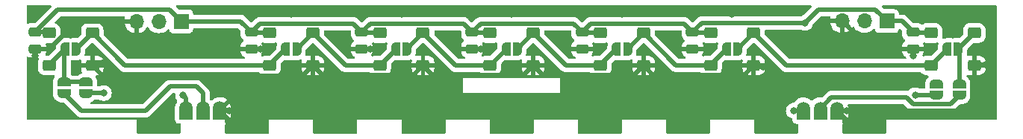
<source format=gbr>
%TF.GenerationSoftware,KiCad,Pcbnew,7.0.5*%
%TF.CreationDate,2023-07-17T12:02:18+02:00*%
%TF.ProjectId,Small_Wall,536d616c-6c5f-4576-916c-6c2e6b696361,rev?*%
%TF.SameCoordinates,Original*%
%TF.FileFunction,Copper,L1,Top*%
%TF.FilePolarity,Positive*%
%FSLAX46Y46*%
G04 Gerber Fmt 4.6, Leading zero omitted, Abs format (unit mm)*
G04 Created by KiCad (PCBNEW 7.0.5) date 2023-07-17 12:02:18*
%MOMM*%
%LPD*%
G01*
G04 APERTURE LIST*
G04 Aperture macros list*
%AMRoundRect*
0 Rectangle with rounded corners*
0 $1 Rounding radius*
0 $2 $3 $4 $5 $6 $7 $8 $9 X,Y pos of 4 corners*
0 Add a 4 corners polygon primitive as box body*
4,1,4,$2,$3,$4,$5,$6,$7,$8,$9,$2,$3,0*
0 Add four circle primitives for the rounded corners*
1,1,$1+$1,$2,$3*
1,1,$1+$1,$4,$5*
1,1,$1+$1,$6,$7*
1,1,$1+$1,$8,$9*
0 Add four rect primitives between the rounded corners*
20,1,$1+$1,$2,$3,$4,$5,0*
20,1,$1+$1,$4,$5,$6,$7,0*
20,1,$1+$1,$6,$7,$8,$9,0*
20,1,$1+$1,$8,$9,$2,$3,0*%
%AMFreePoly0*
4,1,19,0.500000,-0.750000,0.000000,-0.750000,0.000000,-0.744911,-0.071157,-0.744911,-0.207708,-0.704816,-0.327430,-0.627875,-0.420627,-0.520320,-0.479746,-0.390866,-0.500000,-0.250000,-0.500000,0.250000,-0.479746,0.390866,-0.420627,0.520320,-0.327430,0.627875,-0.207708,0.704816,-0.071157,0.744911,0.000000,0.744911,0.000000,0.750000,0.500000,0.750000,0.500000,-0.750000,0.500000,-0.750000,
$1*%
%AMFreePoly1*
4,1,19,0.000000,0.744911,0.071157,0.744911,0.207708,0.704816,0.327430,0.627875,0.420627,0.520320,0.479746,0.390866,0.500000,0.250000,0.500000,-0.250000,0.479746,-0.390866,0.420627,-0.520320,0.327430,-0.627875,0.207708,-0.704816,0.071157,-0.744911,0.000000,-0.744911,0.000000,-0.750000,-0.500000,-0.750000,-0.500000,0.750000,0.000000,0.750000,0.000000,0.744911,0.000000,0.744911,
$1*%
G04 Aperture macros list end*
%TA.AperFunction,SMDPad,CuDef*%
%ADD10R,1.524000X1.143000*%
%TD*%
%TA.AperFunction,SMDPad,CuDef*%
%ADD11O,1.524000X2.000000*%
%TD*%
%TA.AperFunction,ComponentPad*%
%ADD12R,1.700000X1.700000*%
%TD*%
%TA.AperFunction,ComponentPad*%
%ADD13O,1.700000X1.700000*%
%TD*%
%TA.AperFunction,SMDPad,CuDef*%
%ADD14FreePoly0,90.000000*%
%TD*%
%TA.AperFunction,SMDPad,CuDef*%
%ADD15FreePoly1,90.000000*%
%TD*%
%TA.AperFunction,SMDPad,CuDef*%
%ADD16RoundRect,0.250000X-0.475000X0.250000X-0.475000X-0.250000X0.475000X-0.250000X0.475000X0.250000X0*%
%TD*%
%TA.AperFunction,SMDPad,CuDef*%
%ADD17RoundRect,0.312500X-0.462500X-0.312500X0.462500X-0.312500X0.462500X0.312500X-0.462500X0.312500X0*%
%TD*%
%TA.AperFunction,SMDPad,CuDef*%
%ADD18FreePoly0,180.000000*%
%TD*%
%TA.AperFunction,SMDPad,CuDef*%
%ADD19FreePoly1,180.000000*%
%TD*%
%TA.AperFunction,ViaPad*%
%ADD20C,0.800000*%
%TD*%
%TA.AperFunction,Conductor*%
%ADD21C,0.500000*%
%TD*%
G04 APERTURE END LIST*
D10*
%TO.P,J2,1,Pin_1*%
%TO.N,GND*%
X111900000Y-109425000D03*
D11*
X111900000Y-108983800D03*
D10*
%TO.P,J2,2,Pin_2*%
%TO.N,Net-(J2-Pin_2)*%
X110000000Y-109425000D03*
D11*
X110000000Y-108983800D03*
D10*
%TO.P,J2,3,Pin_3*%
%TO.N,VDD*%
X108100000Y-109425000D03*
D11*
X108100000Y-108983800D03*
%TD*%
D10*
%TO.P,J5,1,Pin_1*%
%TO.N,GND*%
X41900000Y-109400000D03*
D11*
X41900000Y-108958800D03*
D10*
%TO.P,J5,2,Pin_2*%
%TO.N,Net-(J5-Pin_2)*%
X40000000Y-109400000D03*
D11*
X40000000Y-108958800D03*
D10*
%TO.P,J5,3,Pin_3*%
%TO.N,VDD*%
X38100000Y-109400000D03*
D11*
X38100000Y-108958800D03*
%TD*%
D12*
%TO.P,J1,1,Pin_1*%
%TO.N,VDD*%
X117540000Y-98800000D03*
D13*
%TO.P,J1,2,Pin_2*%
%TO.N,Net-(J1-Pin_2)*%
X115000000Y-98800000D03*
%TO.P,J1,3,Pin_3*%
%TO.N,GND*%
X112460000Y-98800000D03*
%TD*%
D14*
%TO.P,JP11,1,A*%
%TO.N,Net-(J4-Pin_2)*%
X26750000Y-107050000D03*
D15*
%TO.P,JP11,2,B*%
%TO.N,Net-(JP10-B)*%
X26750000Y-105750000D03*
%TD*%
D16*
%TO.P,C6,1*%
%TO.N,VDD*%
X45500000Y-100050000D03*
%TO.P,C6,2*%
%TO.N,GND*%
X45500000Y-101950000D03*
%TD*%
D17*
%TO.P,U2,1,VDD*%
%TO.N,VDD*%
X97550000Y-100150000D03*
%TO.P,U2,2,DOUT*%
%TO.N,Net-(JP5-B)*%
X97550000Y-103850000D03*
%TO.P,U2,3,VSS*%
%TO.N,GND*%
X102450000Y-103850000D03*
%TO.P,U2,4,DIN*%
%TO.N,Net-(JP4-B)*%
X102450000Y-100150000D03*
%TD*%
D16*
%TO.P,C4,1*%
%TO.N,VDD*%
X70500000Y-100050000D03*
%TO.P,C4,2*%
%TO.N,GND*%
X70500000Y-101950000D03*
%TD*%
D17*
%TO.P,U5,1,VDD*%
%TO.N,VDD*%
X60050000Y-100150000D03*
%TO.P,U5,2,DOUT*%
%TO.N,Net-(JP8-B)*%
X60050000Y-103850000D03*
%TO.P,U5,3,VSS*%
%TO.N,GND*%
X64950000Y-103850000D03*
%TO.P,U5,4,DIN*%
%TO.N,Net-(JP7-B)*%
X64950000Y-100150000D03*
%TD*%
D14*
%TO.P,JP1,1,A*%
%TO.N,Net-(J1-Pin_2)*%
X123150000Y-107250000D03*
D15*
%TO.P,JP1,2,B*%
%TO.N,Net-(JP1-B)*%
X123150000Y-105950000D03*
%TD*%
D18*
%TO.P,JP9,1,A*%
%TO.N,Net-(JP8-B)*%
X50650000Y-102000000D03*
D19*
%TO.P,JP9,2,B*%
%TO.N,Net-(JP10-A)*%
X49350000Y-102000000D03*
%TD*%
D18*
%TO.P,JP5,1,A*%
%TO.N,Net-(JP4-B)*%
X100650000Y-102000000D03*
D19*
%TO.P,JP5,2,B*%
%TO.N,Net-(JP5-B)*%
X99350000Y-102000000D03*
%TD*%
D17*
%TO.P,U6,1,VDD*%
%TO.N,VDD*%
X47550000Y-100150000D03*
%TO.P,U6,2,DOUT*%
%TO.N,Net-(JP10-A)*%
X47550000Y-103850000D03*
%TO.P,U6,3,VSS*%
%TO.N,GND*%
X52450000Y-103850000D03*
%TO.P,U6,4,DIN*%
%TO.N,Net-(JP8-B)*%
X52450000Y-100150000D03*
%TD*%
D14*
%TO.P,JP12,1,A*%
%TO.N,Net-(J5-Pin_2)*%
X24250000Y-107050000D03*
D15*
%TO.P,JP12,2,B*%
%TO.N,Net-(JP10-B)*%
X24250000Y-105750000D03*
%TD*%
D16*
%TO.P,C2,1*%
%TO.N,VDD*%
X95500000Y-100050000D03*
%TO.P,C2,2*%
%TO.N,GND*%
X95500000Y-101950000D03*
%TD*%
%TO.P,C7,1*%
%TO.N,VDD*%
X21000000Y-100050000D03*
%TO.P,C7,2*%
%TO.N,GND*%
X21000000Y-101950000D03*
%TD*%
%TO.P,C3,1*%
%TO.N,VDD*%
X83000000Y-100050000D03*
%TO.P,C3,2*%
%TO.N,GND*%
X83000000Y-101950000D03*
%TD*%
D17*
%TO.P,U1,1,VDD*%
%TO.N,VDD*%
X122550000Y-100150000D03*
%TO.P,U1,2,DOUT*%
%TO.N,Net-(JP4-B)*%
X122550000Y-103850000D03*
%TO.P,U1,3,VSS*%
%TO.N,GND*%
X127450000Y-103850000D03*
%TO.P,U1,4,DIN*%
%TO.N,Net-(JP1-B)*%
X127450000Y-100150000D03*
%TD*%
D12*
%TO.P,J4,1,Pin_1*%
%TO.N,VDD*%
X37525000Y-98825000D03*
D13*
%TO.P,J4,2,Pin_2*%
%TO.N,Net-(J4-Pin_2)*%
X34985000Y-98825000D03*
%TO.P,J4,3,Pin_3*%
%TO.N,GND*%
X32445000Y-98825000D03*
%TD*%
D18*
%TO.P,JP4,1,A*%
%TO.N,Net-(JP1-B)*%
X125650000Y-102000000D03*
D19*
%TO.P,JP4,2,B*%
%TO.N,Net-(JP4-B)*%
X124350000Y-102000000D03*
%TD*%
D18*
%TO.P,JP7,1,A*%
%TO.N,Net-(JP6-B)*%
X75650000Y-102000000D03*
D19*
%TO.P,JP7,2,B*%
%TO.N,Net-(JP7-B)*%
X74350000Y-102000000D03*
%TD*%
D17*
%TO.P,U4,1,VDD*%
%TO.N,VDD*%
X72550000Y-100150000D03*
%TO.P,U4,2,DOUT*%
%TO.N,Net-(JP7-B)*%
X72550000Y-103850000D03*
%TO.P,U4,3,VSS*%
%TO.N,GND*%
X77450000Y-103850000D03*
%TO.P,U4,4,DIN*%
%TO.N,Net-(JP6-B)*%
X77450000Y-100150000D03*
%TD*%
%TO.P,U3,1,VDD*%
%TO.N,VDD*%
X85050000Y-100150000D03*
%TO.P,U3,2,DOUT*%
%TO.N,Net-(JP6-B)*%
X85050000Y-103850000D03*
%TO.P,U3,3,VSS*%
%TO.N,GND*%
X89950000Y-103850000D03*
%TO.P,U3,4,DIN*%
%TO.N,Net-(JP5-B)*%
X89950000Y-100150000D03*
%TD*%
D18*
%TO.P,JP6,1,A*%
%TO.N,Net-(JP5-B)*%
X88150000Y-102000000D03*
D19*
%TO.P,JP6,2,B*%
%TO.N,Net-(JP6-B)*%
X86850000Y-102000000D03*
%TD*%
D17*
%TO.P,U7,1,VDD*%
%TO.N,VDD*%
X22550000Y-100150000D03*
%TO.P,U7,2,DOUT*%
%TO.N,Net-(JP10-B)*%
X22550000Y-103850000D03*
%TO.P,U7,3,VSS*%
%TO.N,GND*%
X27450000Y-103850000D03*
%TO.P,U7,4,DIN*%
%TO.N,Net-(JP10-A)*%
X27450000Y-100150000D03*
%TD*%
D16*
%TO.P,C1,1*%
%TO.N,VDD*%
X120500000Y-100050000D03*
%TO.P,C1,2*%
%TO.N,GND*%
X120500000Y-101950000D03*
%TD*%
D18*
%TO.P,JP10,1,A*%
%TO.N,Net-(JP10-A)*%
X25650000Y-102000000D03*
D19*
%TO.P,JP10,2,B*%
%TO.N,Net-(JP10-B)*%
X24350000Y-102000000D03*
%TD*%
D16*
%TO.P,C5,1*%
%TO.N,VDD*%
X58000000Y-100050000D03*
%TO.P,C5,2*%
%TO.N,GND*%
X58000000Y-101950000D03*
%TD*%
D14*
%TO.P,JP2,1,A*%
%TO.N,Net-(J2-Pin_2)*%
X125750000Y-107250000D03*
D15*
%TO.P,JP2,2,B*%
%TO.N,Net-(JP1-B)*%
X125750000Y-105950000D03*
%TD*%
D18*
%TO.P,JP8,1,A*%
%TO.N,Net-(JP7-B)*%
X63150000Y-102000000D03*
D19*
%TO.P,JP8,2,B*%
%TO.N,Net-(JP8-B)*%
X61850000Y-102000000D03*
%TD*%
D20*
%TO.N,VDD*%
X37750000Y-107250000D03*
X107000000Y-109000000D03*
X108250000Y-99000000D03*
%TO.N,GND*%
X62500000Y-98000000D03*
X100000000Y-98000000D03*
X59000000Y-102000000D03*
X21000000Y-102750000D03*
X128750000Y-103750000D03*
X28750000Y-103500000D03*
X20750000Y-97750000D03*
X87500000Y-98000000D03*
X103500000Y-104000000D03*
X43000000Y-109000000D03*
X113000000Y-108983800D03*
X75000000Y-98000000D03*
X50000000Y-98000000D03*
X120500000Y-102750000D03*
X46500000Y-102000000D03*
X71500000Y-102000000D03*
%TO.N,Net-(J1-Pin_2)*%
X120750000Y-107250000D03*
%TO.N,Net-(J4-Pin_2)*%
X28750000Y-107000000D03*
%TD*%
D21*
%TO.N,VDD*%
X82025000Y-99075000D02*
X71475000Y-99075000D01*
X38100000Y-107600000D02*
X37750000Y-107250000D01*
X107000000Y-109000000D02*
X108083800Y-109000000D01*
X21000000Y-100050000D02*
X22450000Y-100050000D01*
X58000000Y-100050000D02*
X57025000Y-99075000D01*
X116240000Y-97500000D02*
X117540000Y-98800000D01*
X71475000Y-99075000D02*
X70500000Y-100050000D01*
X95500000Y-100050000D02*
X94525000Y-99075000D01*
X85050000Y-100150000D02*
X83100000Y-100150000D01*
X122550000Y-100150000D02*
X120600000Y-100150000D01*
X72550000Y-100150000D02*
X70600000Y-100150000D01*
X96550000Y-99000000D02*
X95500000Y-100050000D01*
X120600000Y-100150000D02*
X120500000Y-100050000D01*
X36225000Y-97525000D02*
X37525000Y-98825000D01*
X83000000Y-100050000D02*
X82025000Y-99075000D01*
X95600000Y-100150000D02*
X95500000Y-100050000D01*
X60050000Y-100150000D02*
X58100000Y-100150000D01*
X69525000Y-99075000D02*
X58975000Y-99075000D01*
X108250000Y-99000000D02*
X96550000Y-99000000D01*
X21000000Y-100050000D02*
X23525000Y-97525000D01*
X119250000Y-98800000D02*
X120500000Y-100050000D01*
X58100000Y-100150000D02*
X58000000Y-100050000D01*
X70600000Y-100150000D02*
X70500000Y-100050000D01*
X45500000Y-100050000D02*
X44275000Y-98825000D01*
X44275000Y-98825000D02*
X37525000Y-98825000D01*
X23525000Y-97525000D02*
X36225000Y-97525000D01*
X22450000Y-100050000D02*
X22550000Y-100150000D01*
X108250000Y-99000000D02*
X109750000Y-97500000D01*
X45600000Y-100150000D02*
X45500000Y-100050000D01*
X117540000Y-98800000D02*
X119250000Y-98800000D01*
X46475000Y-99075000D02*
X45500000Y-100050000D01*
X108083800Y-109000000D02*
X108100000Y-108983800D01*
X109750000Y-97500000D02*
X116240000Y-97500000D01*
X94525000Y-99075000D02*
X83975000Y-99075000D01*
X47550000Y-100150000D02*
X45600000Y-100150000D01*
X97550000Y-100150000D02*
X95600000Y-100150000D01*
X57025000Y-99075000D02*
X46475000Y-99075000D01*
X38100000Y-108958800D02*
X38100000Y-107600000D01*
X70500000Y-100050000D02*
X69525000Y-99075000D01*
X83975000Y-99075000D02*
X83000000Y-100050000D01*
X83100000Y-100150000D02*
X83000000Y-100050000D01*
X58975000Y-99075000D02*
X58000000Y-100050000D01*
%TO.N,GND*%
X21000000Y-101950000D02*
X21000000Y-102750000D01*
X71450000Y-101950000D02*
X71500000Y-102000000D01*
X102450000Y-103850000D02*
X101375000Y-104925000D01*
X70500000Y-101950000D02*
X71450000Y-101950000D01*
X102450000Y-103850000D02*
X103350000Y-103850000D01*
X46450000Y-101950000D02*
X46500000Y-102000000D01*
X58000000Y-101950000D02*
X58950000Y-101950000D01*
X120500000Y-101950000D02*
X115610000Y-101950000D01*
X76375000Y-104925000D02*
X66025000Y-104925000D01*
X27800000Y-103500000D02*
X27450000Y-103850000D01*
X127450000Y-108800000D02*
X127450000Y-103850000D01*
X66025000Y-104925000D02*
X64950000Y-103850000D01*
X58950000Y-101950000D02*
X59000000Y-102000000D01*
X91025000Y-104925000D02*
X89950000Y-103850000D01*
X113000000Y-108983800D02*
X127266200Y-108983800D01*
X45500000Y-101950000D02*
X46450000Y-101950000D01*
X103350000Y-103850000D02*
X103500000Y-104000000D01*
X111900000Y-108983800D02*
X113000000Y-108983800D01*
X42958800Y-108958800D02*
X43000000Y-109000000D01*
X127550000Y-103750000D02*
X127450000Y-103850000D01*
X64950000Y-103850000D02*
X63875000Y-104925000D01*
X28750000Y-103500000D02*
X27800000Y-103500000D01*
X51300000Y-105000000D02*
X52450000Y-103850000D01*
X127266200Y-108983800D02*
X127450000Y-108800000D01*
X89950000Y-103850000D02*
X88875000Y-104925000D01*
X27450000Y-103850000D02*
X28600000Y-105000000D01*
X128750000Y-103750000D02*
X127550000Y-103750000D01*
X101375000Y-104925000D02*
X91025000Y-104925000D01*
X77450000Y-103850000D02*
X76375000Y-104925000D01*
X78525000Y-104925000D02*
X77450000Y-103850000D01*
X63875000Y-104925000D02*
X53525000Y-104925000D01*
X53525000Y-104925000D02*
X52450000Y-103850000D01*
X120500000Y-101950000D02*
X120500000Y-102750000D01*
X22603338Y-101950000D02*
X21000000Y-101950000D01*
X115610000Y-101950000D02*
X112460000Y-98800000D01*
X28600000Y-105000000D02*
X51300000Y-105000000D01*
X32445000Y-98825000D02*
X25728338Y-98825000D01*
X88875000Y-104925000D02*
X78525000Y-104925000D01*
X25728338Y-98825000D02*
X22603338Y-101950000D01*
X41900000Y-108958800D02*
X42958800Y-108958800D01*
%TO.N,Net-(J1-Pin_2)*%
X120750000Y-107250000D02*
X123150000Y-107250000D01*
%TO.N,Net-(J2-Pin_2)*%
X110000000Y-108983800D02*
X110000000Y-108745800D01*
X119750000Y-107500000D02*
X120500000Y-108250000D01*
X124750000Y-108250000D02*
X125750000Y-107250000D01*
X120500000Y-108250000D02*
X124750000Y-108250000D01*
X111245800Y-107500000D02*
X119750000Y-107500000D01*
X110000000Y-108745800D02*
X111245800Y-107500000D01*
%TO.N,Net-(J4-Pin_2)*%
X26800000Y-107000000D02*
X26750000Y-107050000D01*
X28750000Y-107000000D02*
X26800000Y-107000000D01*
%TO.N,Net-(J5-Pin_2)*%
X26200000Y-109000000D02*
X33500000Y-109000000D01*
X40000000Y-107000000D02*
X40000000Y-108958800D01*
X36250000Y-106250000D02*
X39250000Y-106250000D01*
X39250000Y-106250000D02*
X40000000Y-107000000D01*
X33500000Y-109000000D02*
X36250000Y-106250000D01*
X24250000Y-107050000D02*
X26200000Y-109000000D01*
%TO.N,Net-(JP1-B)*%
X125750000Y-105950000D02*
X125750000Y-102100000D01*
X125650000Y-102000000D02*
X125650000Y-101950000D01*
X125750000Y-102100000D02*
X125650000Y-102000000D01*
X125650000Y-101950000D02*
X127450000Y-100150000D01*
%TO.N,Net-(JP4-B)*%
X106150000Y-103850000D02*
X102450000Y-100150000D01*
X122550000Y-103850000D02*
X106150000Y-103850000D01*
X100650000Y-101950000D02*
X102450000Y-100150000D01*
X124350000Y-102000000D02*
X124350000Y-102050000D01*
X124350000Y-102050000D02*
X122550000Y-103850000D01*
X100650000Y-102000000D02*
X100650000Y-101950000D01*
%TO.N,Net-(JP5-B)*%
X97550000Y-103850000D02*
X93650000Y-103850000D01*
X97550000Y-103800000D02*
X99350000Y-102000000D01*
X88150000Y-102000000D02*
X88150000Y-101950000D01*
X97550000Y-103850000D02*
X97550000Y-103800000D01*
X88150000Y-101950000D02*
X89950000Y-100150000D01*
X93650000Y-103850000D02*
X89950000Y-100150000D01*
%TO.N,Net-(JP6-B)*%
X75650000Y-101950000D02*
X77450000Y-100150000D01*
X81150000Y-103850000D02*
X77450000Y-100150000D01*
X85050000Y-103800000D02*
X86850000Y-102000000D01*
X85050000Y-103850000D02*
X81150000Y-103850000D01*
X85050000Y-103850000D02*
X85050000Y-103800000D01*
X75650000Y-102000000D02*
X75650000Y-101950000D01*
%TO.N,Net-(JP10-B)*%
X22550000Y-103800000D02*
X24350000Y-102000000D01*
X24250000Y-102100000D02*
X24350000Y-102000000D01*
X22550000Y-103850000D02*
X22550000Y-103800000D01*
X24250000Y-105750000D02*
X26750000Y-105750000D01*
X24250000Y-105750000D02*
X24250000Y-102100000D01*
%TO.N,Net-(JP7-B)*%
X63150000Y-102000000D02*
X63150000Y-101950000D01*
X68650000Y-103850000D02*
X64950000Y-100150000D01*
X74350000Y-102050000D02*
X72550000Y-103850000D01*
X74350000Y-102000000D02*
X74350000Y-102050000D01*
X72550000Y-103850000D02*
X68650000Y-103850000D01*
X63150000Y-101950000D02*
X64950000Y-100150000D01*
%TO.N,Net-(JP8-B)*%
X50650000Y-101950000D02*
X52450000Y-100150000D01*
X56150000Y-103850000D02*
X52450000Y-100150000D01*
X60050000Y-103850000D02*
X56150000Y-103850000D01*
X61850000Y-102050000D02*
X60050000Y-103850000D01*
X61850000Y-102000000D02*
X61850000Y-102050000D01*
X50650000Y-102000000D02*
X50650000Y-101950000D01*
%TO.N,Net-(JP10-A)*%
X47550000Y-103800000D02*
X49350000Y-102000000D01*
X47550000Y-103850000D02*
X31150000Y-103850000D01*
X25650000Y-102000000D02*
X25650000Y-101950000D01*
X47550000Y-103850000D02*
X47550000Y-103800000D01*
X25650000Y-101950000D02*
X27450000Y-100150000D01*
X31150000Y-103850000D02*
X27450000Y-100150000D01*
%TD*%
%TA.AperFunction,Conductor*%
%TO.N,GND*%
G36*
X23376275Y-101273341D02*
G01*
X23408502Y-101335334D01*
X23407991Y-101385569D01*
X23405840Y-101395462D01*
X23404744Y-101399755D01*
X23364821Y-101535717D01*
X23364818Y-101535727D01*
X23344358Y-101678038D01*
X23344358Y-101734397D01*
X23344353Y-101734414D01*
X23344353Y-101892916D01*
X23324668Y-101959955D01*
X23308034Y-101980597D01*
X22600449Y-102688181D01*
X22539126Y-102721666D01*
X22512768Y-102724500D01*
X22254853Y-102724500D01*
X22187814Y-102704815D01*
X22142059Y-102652011D01*
X22132115Y-102582853D01*
X22149317Y-102535399D01*
X22159355Y-102519125D01*
X22159358Y-102519119D01*
X22214505Y-102352697D01*
X22214506Y-102352690D01*
X22224999Y-102249986D01*
X22225000Y-102249973D01*
X22225000Y-102200000D01*
X21250000Y-102200000D01*
X21250000Y-102949999D01*
X21272120Y-102949999D01*
X21339159Y-102969684D01*
X21384914Y-103022488D01*
X21394858Y-103091646D01*
X21377114Y-103139971D01*
X21350377Y-103182521D01*
X21289867Y-103355451D01*
X21274500Y-103491842D01*
X21274500Y-104208154D01*
X21274501Y-104208158D01*
X21289867Y-104344549D01*
X21310009Y-104402111D01*
X21350378Y-104517479D01*
X21447849Y-104672604D01*
X21577396Y-104802151D01*
X21732521Y-104899622D01*
X21905446Y-104960131D01*
X21905449Y-104960131D01*
X21905451Y-104960132D01*
X21973646Y-104967815D01*
X22041847Y-104975500D01*
X23058152Y-104975499D01*
X23062134Y-104975050D01*
X23130955Y-104987098D01*
X23182339Y-105034443D01*
X23199969Y-105102051D01*
X23180343Y-105165308D01*
X23115129Y-105266782D01*
X23115129Y-105266784D01*
X23055342Y-105397700D01*
X23014834Y-105535656D01*
X23014834Y-105535658D01*
X22994353Y-105678110D01*
X22994353Y-106250002D01*
X22999499Y-106321960D01*
X22999500Y-106321965D01*
X23010454Y-106359270D01*
X23014215Y-106411850D01*
X22994353Y-106549999D01*
X22994353Y-107121889D01*
X23014834Y-107264341D01*
X23014834Y-107264343D01*
X23019627Y-107280666D01*
X23055342Y-107402300D01*
X23114673Y-107532216D01*
X23115129Y-107533215D01*
X23115129Y-107533217D01*
X23138726Y-107569934D01*
X23186832Y-107644789D01*
X23192862Y-107654171D01*
X23192864Y-107654175D01*
X23287108Y-107762938D01*
X23287110Y-107762941D01*
X23395762Y-107857088D01*
X23395771Y-107857094D01*
X23395774Y-107857097D01*
X23395779Y-107857100D01*
X23395783Y-107857103D01*
X23516833Y-107934897D01*
X23516856Y-107934910D01*
X23648028Y-107994814D01*
X23649737Y-107995250D01*
X23785723Y-108035180D01*
X23785724Y-108035180D01*
X23785727Y-108035181D01*
X23828162Y-108041281D01*
X23928038Y-108055642D01*
X23984397Y-108055642D01*
X23984414Y-108055647D01*
X24035764Y-108055647D01*
X24142917Y-108055647D01*
X24209956Y-108075332D01*
X24230598Y-108091966D01*
X25624267Y-109485634D01*
X25636048Y-109499266D01*
X25650390Y-109518530D01*
X25690420Y-109552119D01*
X25694392Y-109555759D01*
X25697313Y-109558680D01*
X25700223Y-109561591D01*
X25725246Y-109581375D01*
X25726628Y-109582501D01*
X25738797Y-109592712D01*
X25784786Y-109631302D01*
X25790823Y-109635272D01*
X25790789Y-109635322D01*
X25797144Y-109639370D01*
X25797177Y-109639318D01*
X25803318Y-109643106D01*
X25803323Y-109643110D01*
X25872144Y-109675201D01*
X25873660Y-109675935D01*
X25941567Y-109710040D01*
X25941572Y-109710041D01*
X25948355Y-109712510D01*
X25948334Y-109712567D01*
X25955451Y-109715040D01*
X25955470Y-109714984D01*
X25962324Y-109717254D01*
X25962327Y-109717256D01*
X26036715Y-109732615D01*
X26038352Y-109732978D01*
X26112279Y-109750500D01*
X26112285Y-109750500D01*
X26119452Y-109751338D01*
X26119445Y-109751397D01*
X26135736Y-109753062D01*
X26140579Y-109754062D01*
X26144790Y-109756303D01*
X26174738Y-109751552D01*
X26210012Y-109750526D01*
X26211815Y-109750500D01*
X33436295Y-109750500D01*
X33454265Y-109751809D01*
X33478023Y-109755289D01*
X33530068Y-109750735D01*
X33535470Y-109750500D01*
X33543704Y-109750500D01*
X33543709Y-109750500D01*
X33575458Y-109746788D01*
X33577075Y-109746622D01*
X33652797Y-109739999D01*
X33652805Y-109739996D01*
X33659866Y-109738539D01*
X33659878Y-109738598D01*
X33667243Y-109736965D01*
X33667229Y-109736906D01*
X33674251Y-109735241D01*
X33674255Y-109735241D01*
X33745587Y-109709277D01*
X33747286Y-109708688D01*
X33819334Y-109684814D01*
X33819342Y-109684808D01*
X33825882Y-109681760D01*
X33825908Y-109681816D01*
X33832690Y-109678532D01*
X33832663Y-109678478D01*
X33839109Y-109675239D01*
X33839117Y-109675237D01*
X33902612Y-109633475D01*
X33903977Y-109632605D01*
X33968656Y-109592712D01*
X33968661Y-109592706D01*
X33974325Y-109588229D01*
X33974362Y-109588277D01*
X33980204Y-109583518D01*
X33980164Y-109583471D01*
X33985686Y-109578835D01*
X33985696Y-109578830D01*
X34037800Y-109523601D01*
X34038994Y-109522372D01*
X36524548Y-107036818D01*
X36585871Y-107003334D01*
X36612229Y-107000500D01*
X36733048Y-107000500D01*
X36800087Y-107020185D01*
X36845842Y-107072989D01*
X36856368Y-107137457D01*
X36844540Y-107250000D01*
X36864326Y-107438256D01*
X36864327Y-107438259D01*
X36922818Y-107618277D01*
X36922821Y-107618284D01*
X37017467Y-107782216D01*
X37031348Y-107797632D01*
X37060006Y-107829461D01*
X37090235Y-107892452D01*
X37081609Y-107961788D01*
X37074304Y-107976029D01*
X37025865Y-108057103D01*
X36957929Y-108170808D01*
X36878077Y-108383571D01*
X36878077Y-108383572D01*
X36837500Y-108607169D01*
X36837500Y-110019370D01*
X36837501Y-110019376D01*
X36843908Y-110078983D01*
X36894202Y-110213828D01*
X36894206Y-110213835D01*
X36980452Y-110329044D01*
X36980455Y-110329047D01*
X37095664Y-110415293D01*
X37095671Y-110415297D01*
X37095867Y-110415370D01*
X37230517Y-110465591D01*
X37290127Y-110472000D01*
X37375501Y-110471999D01*
X37442538Y-110491683D01*
X37488294Y-110544486D01*
X37499500Y-110595999D01*
X37499500Y-111475500D01*
X37479815Y-111542539D01*
X37427011Y-111588294D01*
X37375500Y-111599500D01*
X32624500Y-111599500D01*
X32557461Y-111579815D01*
X32511706Y-111527011D01*
X32500500Y-111475500D01*
X32500500Y-110024759D01*
X32500528Y-110024616D01*
X32500524Y-110024616D01*
X32500539Y-110000002D01*
X32500541Y-110000000D01*
X32500462Y-109999808D01*
X32500384Y-109999618D01*
X32500383Y-109999617D01*
X32500381Y-109999616D01*
X32500090Y-109999496D01*
X32500001Y-109999459D01*
X32475446Y-109999459D01*
X32475240Y-109999500D01*
X26178344Y-109999500D01*
X26147838Y-109990542D01*
X26125658Y-109999084D01*
X26115504Y-109999500D01*
X20124500Y-109999500D01*
X20057461Y-109979815D01*
X20011706Y-109927011D01*
X20000500Y-109875500D01*
X20000500Y-102979854D01*
X20020185Y-102912815D01*
X20072989Y-102867060D01*
X20142147Y-102857116D01*
X20189598Y-102874316D01*
X20205873Y-102884355D01*
X20205880Y-102884358D01*
X20372302Y-102939505D01*
X20372309Y-102939506D01*
X20475019Y-102949999D01*
X20749999Y-102949999D01*
X20750000Y-102949998D01*
X20750000Y-101824000D01*
X20769685Y-101756961D01*
X20822489Y-101711206D01*
X20874000Y-101700000D01*
X22224999Y-101700000D01*
X22224999Y-101650028D01*
X22224998Y-101650013D01*
X22214505Y-101547302D01*
X22178453Y-101438503D01*
X22176051Y-101368675D01*
X22211783Y-101308633D01*
X22274303Y-101277440D01*
X22296150Y-101275499D01*
X23058152Y-101275499D01*
X23058155Y-101275499D01*
X23058156Y-101275498D01*
X23194554Y-101260131D01*
X23245869Y-101242174D01*
X23315647Y-101238612D01*
X23376275Y-101273341D01*
G37*
%TD.AperFunction*%
%TA.AperFunction,Conductor*%
G36*
X27529808Y-101295184D02*
G01*
X27550450Y-101311818D01*
X30574267Y-104335634D01*
X30586048Y-104349266D01*
X30600390Y-104368530D01*
X30640420Y-104402119D01*
X30644392Y-104405759D01*
X30647312Y-104408679D01*
X30650220Y-104411588D01*
X30675252Y-104431381D01*
X30676649Y-104432519D01*
X30699815Y-104451957D01*
X30734786Y-104481302D01*
X30734794Y-104481306D01*
X30740824Y-104485273D01*
X30740790Y-104485323D01*
X30747137Y-104489366D01*
X30747169Y-104489316D01*
X30753321Y-104493110D01*
X30753322Y-104493110D01*
X30753323Y-104493111D01*
X30822143Y-104525202D01*
X30823692Y-104525952D01*
X30891567Y-104560040D01*
X30891576Y-104560042D01*
X30898355Y-104562510D01*
X30898334Y-104562567D01*
X30905451Y-104565040D01*
X30905470Y-104564984D01*
X30912324Y-104567254D01*
X30912327Y-104567256D01*
X30986715Y-104582615D01*
X30988352Y-104582978D01*
X31062279Y-104600500D01*
X31062285Y-104600500D01*
X31069452Y-104601338D01*
X31069445Y-104601397D01*
X31076946Y-104602163D01*
X31076952Y-104602104D01*
X31084141Y-104602733D01*
X31084143Y-104602732D01*
X31084144Y-104602733D01*
X31105764Y-104602104D01*
X31160012Y-104600526D01*
X31161815Y-104600500D01*
X46334011Y-104600500D01*
X46401050Y-104620185D01*
X46439005Y-104658529D01*
X46442047Y-104663371D01*
X46447849Y-104672604D01*
X46577396Y-104802151D01*
X46732521Y-104899622D01*
X46905446Y-104960131D01*
X46905449Y-104960131D01*
X46905451Y-104960132D01*
X46973646Y-104967815D01*
X47041847Y-104975500D01*
X48058152Y-104975499D01*
X48058154Y-104975499D01*
X48058155Y-104975498D01*
X48116252Y-104968952D01*
X48194549Y-104960132D01*
X48194550Y-104960131D01*
X48194554Y-104960131D01*
X48367479Y-104899622D01*
X48522604Y-104802151D01*
X48652151Y-104672604D01*
X48749622Y-104517479D01*
X48810131Y-104344554D01*
X48810145Y-104344436D01*
X48825499Y-104208158D01*
X48825500Y-104208153D01*
X48825500Y-104100000D01*
X51175000Y-104100000D01*
X51175000Y-104208134D01*
X51190357Y-104344436D01*
X51250830Y-104517260D01*
X51348243Y-104672291D01*
X51477708Y-104801756D01*
X51632739Y-104899169D01*
X51805563Y-104959642D01*
X51941865Y-104974999D01*
X51941869Y-104975000D01*
X52200000Y-104975000D01*
X52200000Y-104100000D01*
X52700000Y-104100000D01*
X52700000Y-104975000D01*
X52958131Y-104975000D01*
X52958134Y-104974999D01*
X53094436Y-104959642D01*
X53267260Y-104899169D01*
X53422291Y-104801756D01*
X53551756Y-104672291D01*
X53649169Y-104517260D01*
X53709642Y-104344436D01*
X53724999Y-104208134D01*
X53725000Y-104208130D01*
X53725000Y-104100000D01*
X52700000Y-104100000D01*
X52200000Y-104100000D01*
X51175000Y-104100000D01*
X48825500Y-104100000D01*
X48825499Y-103637228D01*
X48845183Y-103570190D01*
X48861814Y-103549552D01*
X49127216Y-103284149D01*
X49188537Y-103250666D01*
X49232537Y-103249094D01*
X49278111Y-103255647D01*
X49278115Y-103255647D01*
X49850000Y-103255647D01*
X49921961Y-103250500D01*
X49959270Y-103239544D01*
X50011848Y-103235784D01*
X50150000Y-103255647D01*
X50150003Y-103255647D01*
X50721886Y-103255647D01*
X50721889Y-103255647D01*
X50864345Y-103235165D01*
X51002300Y-103194658D01*
X51028494Y-103182695D01*
X51097648Y-103172751D01*
X51161205Y-103201774D01*
X51198981Y-103260551D01*
X51198983Y-103330420D01*
X51197048Y-103336438D01*
X51190358Y-103355557D01*
X51190357Y-103355561D01*
X51175000Y-103491865D01*
X51175000Y-103600000D01*
X52200000Y-103600000D01*
X52200000Y-102725000D01*
X52700000Y-102725000D01*
X52700000Y-103600000D01*
X53725000Y-103600000D01*
X53725000Y-103491869D01*
X53724999Y-103491865D01*
X53709642Y-103355563D01*
X53649169Y-103182739D01*
X53551756Y-103027708D01*
X53422291Y-102898243D01*
X53267260Y-102800830D01*
X53094436Y-102740357D01*
X52958134Y-102725000D01*
X52700000Y-102725000D01*
X52200000Y-102725000D01*
X51941865Y-102725000D01*
X51805562Y-102740357D01*
X51754003Y-102758398D01*
X51684224Y-102761959D01*
X51623597Y-102727229D01*
X51591371Y-102665235D01*
X51591884Y-102614998D01*
X51594160Y-102604532D01*
X51595252Y-102600256D01*
X51635180Y-102464277D01*
X51655642Y-102321962D01*
X51655642Y-102265602D01*
X51655647Y-102265585D01*
X51655647Y-102057081D01*
X51675332Y-101990042D01*
X51691962Y-101969404D01*
X52349548Y-101311817D01*
X52410871Y-101278333D01*
X52437229Y-101275499D01*
X52462769Y-101275499D01*
X52529808Y-101295184D01*
X52550450Y-101311818D01*
X55574267Y-104335634D01*
X55586048Y-104349266D01*
X55600390Y-104368530D01*
X55640420Y-104402119D01*
X55644392Y-104405759D01*
X55647312Y-104408679D01*
X55650220Y-104411588D01*
X55675252Y-104431381D01*
X55676649Y-104432519D01*
X55699815Y-104451957D01*
X55734786Y-104481302D01*
X55734794Y-104481306D01*
X55740824Y-104485273D01*
X55740790Y-104485323D01*
X55747137Y-104489366D01*
X55747169Y-104489316D01*
X55753321Y-104493110D01*
X55753322Y-104493110D01*
X55753323Y-104493111D01*
X55822143Y-104525202D01*
X55823692Y-104525952D01*
X55891567Y-104560040D01*
X55891576Y-104560042D01*
X55898355Y-104562510D01*
X55898334Y-104562567D01*
X55905451Y-104565040D01*
X55905470Y-104564984D01*
X55912324Y-104567254D01*
X55912327Y-104567256D01*
X55986715Y-104582615D01*
X55988352Y-104582978D01*
X56062279Y-104600500D01*
X56062285Y-104600500D01*
X56069452Y-104601338D01*
X56069445Y-104601397D01*
X56076946Y-104602163D01*
X56076952Y-104602104D01*
X56084141Y-104602733D01*
X56084143Y-104602732D01*
X56084144Y-104602733D01*
X56105764Y-104602104D01*
X56160012Y-104600526D01*
X56161815Y-104600500D01*
X58834011Y-104600500D01*
X58901050Y-104620185D01*
X58939005Y-104658529D01*
X58942047Y-104663371D01*
X58947849Y-104672604D01*
X59077396Y-104802151D01*
X59232521Y-104899622D01*
X59405446Y-104960131D01*
X59405449Y-104960131D01*
X59405451Y-104960132D01*
X59473646Y-104967815D01*
X59541847Y-104975500D01*
X60558152Y-104975499D01*
X60558154Y-104975499D01*
X60558155Y-104975498D01*
X60616252Y-104968952D01*
X60694549Y-104960132D01*
X60694550Y-104960131D01*
X60694554Y-104960131D01*
X60867479Y-104899622D01*
X61022604Y-104802151D01*
X61152151Y-104672604D01*
X61249622Y-104517479D01*
X61310131Y-104344554D01*
X61310145Y-104344436D01*
X61325499Y-104208158D01*
X61325500Y-104208153D01*
X61325500Y-104100000D01*
X63675000Y-104100000D01*
X63675000Y-104208134D01*
X63690357Y-104344436D01*
X63750830Y-104517260D01*
X63848243Y-104672291D01*
X63977708Y-104801756D01*
X64132739Y-104899169D01*
X64305563Y-104959642D01*
X64441865Y-104974999D01*
X64441869Y-104975000D01*
X64700000Y-104975000D01*
X64700000Y-104100000D01*
X65200000Y-104100000D01*
X65200000Y-104975000D01*
X65458131Y-104975000D01*
X65458134Y-104974999D01*
X65594436Y-104959642D01*
X65767260Y-104899169D01*
X65922291Y-104801756D01*
X66051756Y-104672291D01*
X66149169Y-104517260D01*
X66209642Y-104344436D01*
X66224999Y-104208134D01*
X66225000Y-104208130D01*
X66225000Y-104100000D01*
X65200000Y-104100000D01*
X64700000Y-104100000D01*
X63675000Y-104100000D01*
X61325500Y-104100000D01*
X61325499Y-103687228D01*
X61345183Y-103620190D01*
X61361813Y-103599553D01*
X61670931Y-103290435D01*
X61732252Y-103256952D01*
X61773684Y-103255472D01*
X61773695Y-103255331D01*
X61775015Y-103255425D01*
X61776261Y-103255381D01*
X61778111Y-103255647D01*
X61778112Y-103255647D01*
X62350000Y-103255647D01*
X62421961Y-103250500D01*
X62459270Y-103239544D01*
X62511848Y-103235784D01*
X62650000Y-103255647D01*
X62650003Y-103255647D01*
X63221886Y-103255647D01*
X63221889Y-103255647D01*
X63364345Y-103235165D01*
X63502300Y-103194658D01*
X63528494Y-103182695D01*
X63597648Y-103172751D01*
X63661205Y-103201774D01*
X63698981Y-103260551D01*
X63698983Y-103330420D01*
X63697048Y-103336438D01*
X63690358Y-103355557D01*
X63690357Y-103355561D01*
X63675000Y-103491865D01*
X63675000Y-103600000D01*
X64700000Y-103600000D01*
X64700000Y-102725000D01*
X65200000Y-102725000D01*
X65200000Y-103600000D01*
X66224999Y-103600000D01*
X66225000Y-103491869D01*
X66224999Y-103491865D01*
X66209642Y-103355563D01*
X66149169Y-103182739D01*
X66051756Y-103027708D01*
X65922291Y-102898243D01*
X65767260Y-102800830D01*
X65594436Y-102740357D01*
X65458134Y-102725000D01*
X65200000Y-102725000D01*
X64700000Y-102725000D01*
X64441865Y-102725000D01*
X64305562Y-102740357D01*
X64254003Y-102758398D01*
X64184224Y-102761959D01*
X64123597Y-102727229D01*
X64091371Y-102665235D01*
X64091884Y-102614998D01*
X64094160Y-102604532D01*
X64095252Y-102600256D01*
X64135180Y-102464277D01*
X64155642Y-102321962D01*
X64155642Y-102265602D01*
X64155647Y-102265585D01*
X64155647Y-102057081D01*
X64175332Y-101990042D01*
X64191962Y-101969404D01*
X64849548Y-101311817D01*
X64910871Y-101278333D01*
X64937229Y-101275499D01*
X64962769Y-101275499D01*
X65029808Y-101295184D01*
X65050450Y-101311818D01*
X68074267Y-104335634D01*
X68086048Y-104349266D01*
X68100390Y-104368530D01*
X68140420Y-104402119D01*
X68144392Y-104405759D01*
X68147312Y-104408679D01*
X68150220Y-104411588D01*
X68175252Y-104431381D01*
X68176649Y-104432519D01*
X68199815Y-104451957D01*
X68234786Y-104481302D01*
X68234794Y-104481306D01*
X68240824Y-104485273D01*
X68240790Y-104485323D01*
X68247137Y-104489366D01*
X68247169Y-104489316D01*
X68253321Y-104493110D01*
X68253322Y-104493110D01*
X68253323Y-104493111D01*
X68322143Y-104525202D01*
X68323692Y-104525952D01*
X68391567Y-104560040D01*
X68391576Y-104560042D01*
X68398355Y-104562510D01*
X68398334Y-104562567D01*
X68405451Y-104565040D01*
X68405470Y-104564984D01*
X68412324Y-104567254D01*
X68412327Y-104567256D01*
X68486715Y-104582615D01*
X68488352Y-104582978D01*
X68562279Y-104600500D01*
X68562285Y-104600500D01*
X68569452Y-104601338D01*
X68569445Y-104601397D01*
X68576946Y-104602163D01*
X68576952Y-104602104D01*
X68584141Y-104602733D01*
X68584143Y-104602732D01*
X68584144Y-104602733D01*
X68605764Y-104602104D01*
X68660012Y-104600526D01*
X68661815Y-104600500D01*
X71334011Y-104600500D01*
X71401050Y-104620185D01*
X71439005Y-104658529D01*
X71442047Y-104663371D01*
X71447849Y-104672604D01*
X71577396Y-104802151D01*
X71732521Y-104899622D01*
X71905446Y-104960131D01*
X71905449Y-104960131D01*
X71905451Y-104960132D01*
X71973646Y-104967815D01*
X72041847Y-104975500D01*
X73058152Y-104975499D01*
X73058154Y-104975499D01*
X73058155Y-104975498D01*
X73116252Y-104968952D01*
X73194549Y-104960132D01*
X73194550Y-104960131D01*
X73194554Y-104960131D01*
X73367479Y-104899622D01*
X73522604Y-104802151D01*
X73652151Y-104672604D01*
X73749622Y-104517479D01*
X73810131Y-104344554D01*
X73810145Y-104344436D01*
X73825499Y-104208158D01*
X73825500Y-104208153D01*
X73825500Y-104100000D01*
X76175000Y-104100000D01*
X76175000Y-104208134D01*
X76190357Y-104344436D01*
X76250830Y-104517260D01*
X76348243Y-104672291D01*
X76477708Y-104801756D01*
X76632739Y-104899169D01*
X76805563Y-104959642D01*
X76941865Y-104974999D01*
X76941869Y-104975000D01*
X77200000Y-104975000D01*
X77200000Y-104100000D01*
X77700000Y-104100000D01*
X77700000Y-104975000D01*
X77958131Y-104975000D01*
X77958134Y-104974999D01*
X78094436Y-104959642D01*
X78267260Y-104899169D01*
X78422291Y-104801756D01*
X78551756Y-104672291D01*
X78649169Y-104517260D01*
X78709642Y-104344436D01*
X78724999Y-104208134D01*
X78725000Y-104208130D01*
X78725000Y-104100000D01*
X77700000Y-104100000D01*
X77200000Y-104100000D01*
X76175000Y-104100000D01*
X73825500Y-104100000D01*
X73825499Y-103687228D01*
X73845183Y-103620190D01*
X73861813Y-103599553D01*
X74170931Y-103290435D01*
X74232252Y-103256952D01*
X74273684Y-103255472D01*
X74273695Y-103255331D01*
X74275015Y-103255425D01*
X74276261Y-103255381D01*
X74278111Y-103255647D01*
X74278112Y-103255647D01*
X74850000Y-103255647D01*
X74921961Y-103250500D01*
X74959270Y-103239544D01*
X75011848Y-103235784D01*
X75150000Y-103255647D01*
X75150003Y-103255647D01*
X75721886Y-103255647D01*
X75721889Y-103255647D01*
X75864345Y-103235165D01*
X76002300Y-103194658D01*
X76028494Y-103182695D01*
X76097648Y-103172751D01*
X76161205Y-103201774D01*
X76198981Y-103260551D01*
X76198983Y-103330420D01*
X76197048Y-103336438D01*
X76190358Y-103355557D01*
X76190357Y-103355561D01*
X76175000Y-103491865D01*
X76175000Y-103600000D01*
X77200000Y-103600000D01*
X77200000Y-102725000D01*
X77700000Y-102725000D01*
X77700000Y-103600000D01*
X78725000Y-103600000D01*
X78725000Y-103491869D01*
X78724999Y-103491865D01*
X78709642Y-103355563D01*
X78649169Y-103182739D01*
X78551756Y-103027708D01*
X78422291Y-102898243D01*
X78267260Y-102800830D01*
X78094436Y-102740357D01*
X77958134Y-102725000D01*
X77700000Y-102725000D01*
X77200000Y-102725000D01*
X76941865Y-102725000D01*
X76805562Y-102740357D01*
X76754003Y-102758398D01*
X76684224Y-102761959D01*
X76623597Y-102727229D01*
X76591371Y-102665235D01*
X76591884Y-102614998D01*
X76594160Y-102604532D01*
X76595252Y-102600256D01*
X76635180Y-102464277D01*
X76655642Y-102321962D01*
X76655642Y-102265602D01*
X76655647Y-102265585D01*
X76655647Y-102057081D01*
X76675332Y-101990042D01*
X76691962Y-101969404D01*
X77349548Y-101311817D01*
X77410871Y-101278333D01*
X77437229Y-101275499D01*
X77462769Y-101275499D01*
X77529808Y-101295184D01*
X77550450Y-101311818D01*
X80574267Y-104335634D01*
X80586048Y-104349266D01*
X80600390Y-104368530D01*
X80640420Y-104402119D01*
X80644392Y-104405759D01*
X80647312Y-104408679D01*
X80650220Y-104411588D01*
X80675252Y-104431381D01*
X80676649Y-104432519D01*
X80699815Y-104451957D01*
X80734786Y-104481302D01*
X80734794Y-104481306D01*
X80740824Y-104485273D01*
X80740790Y-104485323D01*
X80747137Y-104489366D01*
X80747169Y-104489316D01*
X80753321Y-104493110D01*
X80753322Y-104493110D01*
X80753323Y-104493111D01*
X80822143Y-104525202D01*
X80823692Y-104525952D01*
X80891567Y-104560040D01*
X80891576Y-104560042D01*
X80898355Y-104562510D01*
X80898334Y-104562567D01*
X80905451Y-104565040D01*
X80905470Y-104564984D01*
X80912324Y-104567254D01*
X80912327Y-104567256D01*
X80986715Y-104582615D01*
X80988352Y-104582978D01*
X81062279Y-104600500D01*
X81062285Y-104600500D01*
X81069452Y-104601338D01*
X81069445Y-104601397D01*
X81076946Y-104602163D01*
X81076952Y-104602104D01*
X81084141Y-104602733D01*
X81084143Y-104602732D01*
X81084144Y-104602733D01*
X81105764Y-104602104D01*
X81160012Y-104600526D01*
X81161815Y-104600500D01*
X83834011Y-104600500D01*
X83901050Y-104620185D01*
X83939005Y-104658529D01*
X83942047Y-104663371D01*
X83947849Y-104672604D01*
X84077396Y-104802151D01*
X84232521Y-104899622D01*
X84405446Y-104960131D01*
X84405449Y-104960131D01*
X84405451Y-104960132D01*
X84473646Y-104967815D01*
X84541847Y-104975500D01*
X85558152Y-104975499D01*
X85558154Y-104975499D01*
X85558155Y-104975498D01*
X85616252Y-104968952D01*
X85694549Y-104960132D01*
X85694550Y-104960131D01*
X85694554Y-104960131D01*
X85867479Y-104899622D01*
X86022604Y-104802151D01*
X86152151Y-104672604D01*
X86249622Y-104517479D01*
X86310131Y-104344554D01*
X86310145Y-104344436D01*
X86325499Y-104208158D01*
X86325500Y-104208153D01*
X86325500Y-104100000D01*
X88675000Y-104100000D01*
X88675000Y-104208134D01*
X88690357Y-104344436D01*
X88750830Y-104517260D01*
X88848243Y-104672291D01*
X88977708Y-104801756D01*
X89132739Y-104899169D01*
X89305563Y-104959642D01*
X89441865Y-104974999D01*
X89441869Y-104975000D01*
X89700000Y-104975000D01*
X89700000Y-104100000D01*
X90200000Y-104100000D01*
X90200000Y-104975000D01*
X90458131Y-104975000D01*
X90458134Y-104974999D01*
X90594436Y-104959642D01*
X90767260Y-104899169D01*
X90922291Y-104801756D01*
X91051756Y-104672291D01*
X91149169Y-104517260D01*
X91209642Y-104344436D01*
X91224999Y-104208134D01*
X91225000Y-104208130D01*
X91225000Y-104100000D01*
X90200000Y-104100000D01*
X89700000Y-104100000D01*
X88675000Y-104100000D01*
X86325500Y-104100000D01*
X86325499Y-103637228D01*
X86345183Y-103570190D01*
X86361814Y-103549552D01*
X86627216Y-103284149D01*
X86688537Y-103250666D01*
X86732537Y-103249094D01*
X86778111Y-103255647D01*
X86778115Y-103255647D01*
X87350000Y-103255647D01*
X87421961Y-103250500D01*
X87459270Y-103239544D01*
X87511848Y-103235784D01*
X87650000Y-103255647D01*
X87650003Y-103255647D01*
X88221886Y-103255647D01*
X88221889Y-103255647D01*
X88364345Y-103235165D01*
X88502300Y-103194658D01*
X88528494Y-103182695D01*
X88597648Y-103172751D01*
X88661205Y-103201774D01*
X88698981Y-103260551D01*
X88698983Y-103330420D01*
X88697048Y-103336438D01*
X88690358Y-103355557D01*
X88690357Y-103355561D01*
X88675000Y-103491865D01*
X88675000Y-103600000D01*
X89700000Y-103600000D01*
X89700000Y-102725000D01*
X90200000Y-102725000D01*
X90200000Y-103600000D01*
X91225000Y-103600000D01*
X91225000Y-103491869D01*
X91224999Y-103491865D01*
X91209642Y-103355563D01*
X91149169Y-103182739D01*
X91051756Y-103027708D01*
X90922291Y-102898243D01*
X90767260Y-102800830D01*
X90594436Y-102740357D01*
X90458134Y-102725000D01*
X90200000Y-102725000D01*
X89700000Y-102725000D01*
X89441865Y-102725000D01*
X89305562Y-102740357D01*
X89254003Y-102758398D01*
X89184224Y-102761959D01*
X89123597Y-102727229D01*
X89091371Y-102665235D01*
X89091884Y-102614998D01*
X89094160Y-102604532D01*
X89095252Y-102600256D01*
X89135180Y-102464277D01*
X89155642Y-102321962D01*
X89155642Y-102265602D01*
X89155647Y-102265585D01*
X89155647Y-102057081D01*
X89175332Y-101990042D01*
X89191962Y-101969404D01*
X89849548Y-101311817D01*
X89910871Y-101278333D01*
X89937229Y-101275499D01*
X89962769Y-101275499D01*
X90029808Y-101295184D01*
X90050450Y-101311818D01*
X93074267Y-104335634D01*
X93086048Y-104349266D01*
X93100390Y-104368530D01*
X93140420Y-104402119D01*
X93144392Y-104405759D01*
X93147312Y-104408679D01*
X93150220Y-104411588D01*
X93175252Y-104431381D01*
X93176649Y-104432519D01*
X93199815Y-104451957D01*
X93234786Y-104481302D01*
X93234794Y-104481306D01*
X93240824Y-104485273D01*
X93240790Y-104485323D01*
X93247137Y-104489366D01*
X93247169Y-104489316D01*
X93253321Y-104493110D01*
X93253322Y-104493110D01*
X93253323Y-104493111D01*
X93322143Y-104525202D01*
X93323692Y-104525952D01*
X93391567Y-104560040D01*
X93391576Y-104560042D01*
X93398355Y-104562510D01*
X93398334Y-104562567D01*
X93405451Y-104565040D01*
X93405470Y-104564984D01*
X93412324Y-104567254D01*
X93412327Y-104567256D01*
X93486715Y-104582615D01*
X93488352Y-104582978D01*
X93562279Y-104600500D01*
X93562285Y-104600500D01*
X93569452Y-104601338D01*
X93569445Y-104601397D01*
X93576946Y-104602163D01*
X93576952Y-104602104D01*
X93584141Y-104602733D01*
X93584143Y-104602732D01*
X93584144Y-104602733D01*
X93605764Y-104602104D01*
X93660012Y-104600526D01*
X93661815Y-104600500D01*
X96334011Y-104600500D01*
X96401050Y-104620185D01*
X96439005Y-104658529D01*
X96442047Y-104663371D01*
X96447849Y-104672604D01*
X96577396Y-104802151D01*
X96732521Y-104899622D01*
X96905446Y-104960131D01*
X96905449Y-104960131D01*
X96905451Y-104960132D01*
X96973646Y-104967815D01*
X97041847Y-104975500D01*
X98058152Y-104975499D01*
X98058154Y-104975499D01*
X98058155Y-104975498D01*
X98116252Y-104968952D01*
X98194549Y-104960132D01*
X98194550Y-104960131D01*
X98194554Y-104960131D01*
X98367479Y-104899622D01*
X98522604Y-104802151D01*
X98652151Y-104672604D01*
X98749622Y-104517479D01*
X98810131Y-104344554D01*
X98810145Y-104344436D01*
X98825499Y-104208158D01*
X98825500Y-104208153D01*
X98825500Y-104100000D01*
X101175000Y-104100000D01*
X101175000Y-104208134D01*
X101190357Y-104344436D01*
X101250830Y-104517260D01*
X101348243Y-104672291D01*
X101477708Y-104801756D01*
X101632739Y-104899169D01*
X101805563Y-104959642D01*
X101941865Y-104974999D01*
X101941869Y-104975000D01*
X102200000Y-104975000D01*
X102200000Y-104100000D01*
X102700000Y-104100000D01*
X102700000Y-104975000D01*
X102958131Y-104975000D01*
X102958134Y-104974999D01*
X103094436Y-104959642D01*
X103267260Y-104899169D01*
X103422291Y-104801756D01*
X103551756Y-104672291D01*
X103649169Y-104517260D01*
X103709642Y-104344436D01*
X103724999Y-104208134D01*
X103725000Y-104208130D01*
X103725000Y-104100000D01*
X102700000Y-104100000D01*
X102200000Y-104100000D01*
X101175000Y-104100000D01*
X98825500Y-104100000D01*
X98825499Y-103637228D01*
X98845183Y-103570190D01*
X98861814Y-103549552D01*
X99127216Y-103284149D01*
X99188537Y-103250666D01*
X99232537Y-103249094D01*
X99278111Y-103255647D01*
X99278115Y-103255647D01*
X99850000Y-103255647D01*
X99921961Y-103250500D01*
X99959270Y-103239544D01*
X100011848Y-103235784D01*
X100150000Y-103255647D01*
X100150003Y-103255647D01*
X100721886Y-103255647D01*
X100721889Y-103255647D01*
X100864345Y-103235165D01*
X101002300Y-103194658D01*
X101028494Y-103182695D01*
X101097648Y-103172751D01*
X101161205Y-103201774D01*
X101198981Y-103260551D01*
X101198983Y-103330420D01*
X101197048Y-103336438D01*
X101190358Y-103355557D01*
X101190357Y-103355561D01*
X101175000Y-103491865D01*
X101175000Y-103600000D01*
X102200000Y-103600000D01*
X102200000Y-102725000D01*
X102700000Y-102725000D01*
X102700000Y-103600000D01*
X103725000Y-103600000D01*
X103725000Y-103491869D01*
X103724999Y-103491865D01*
X103709642Y-103355563D01*
X103649169Y-103182739D01*
X103551756Y-103027708D01*
X103422291Y-102898243D01*
X103267260Y-102800830D01*
X103094436Y-102740357D01*
X102958134Y-102725000D01*
X102700000Y-102725000D01*
X102200000Y-102725000D01*
X101941865Y-102725000D01*
X101805562Y-102740357D01*
X101754003Y-102758398D01*
X101684224Y-102761959D01*
X101623597Y-102727229D01*
X101591371Y-102665235D01*
X101591884Y-102614998D01*
X101594160Y-102604532D01*
X101595252Y-102600256D01*
X101635180Y-102464277D01*
X101655642Y-102321962D01*
X101655642Y-102265602D01*
X101655647Y-102265584D01*
X101655647Y-102057081D01*
X101675332Y-101990042D01*
X101691962Y-101969404D01*
X102349548Y-101311817D01*
X102410871Y-101278333D01*
X102437229Y-101275499D01*
X102462769Y-101275499D01*
X102529808Y-101295184D01*
X102550450Y-101311818D01*
X105574267Y-104335634D01*
X105586048Y-104349266D01*
X105600390Y-104368530D01*
X105640420Y-104402119D01*
X105644392Y-104405759D01*
X105647312Y-104408679D01*
X105650220Y-104411588D01*
X105675252Y-104431381D01*
X105676649Y-104432519D01*
X105699815Y-104451957D01*
X105734786Y-104481302D01*
X105734794Y-104481306D01*
X105740824Y-104485273D01*
X105740790Y-104485323D01*
X105747137Y-104489366D01*
X105747169Y-104489316D01*
X105753321Y-104493110D01*
X105753322Y-104493110D01*
X105753323Y-104493111D01*
X105822143Y-104525202D01*
X105823692Y-104525952D01*
X105891567Y-104560040D01*
X105891576Y-104560042D01*
X105898355Y-104562510D01*
X105898334Y-104562567D01*
X105905451Y-104565040D01*
X105905470Y-104564984D01*
X105912324Y-104567254D01*
X105912327Y-104567256D01*
X105986715Y-104582615D01*
X105988352Y-104582978D01*
X106062279Y-104600500D01*
X106062285Y-104600500D01*
X106069452Y-104601338D01*
X106069445Y-104601397D01*
X106076946Y-104602163D01*
X106076952Y-104602104D01*
X106084141Y-104602733D01*
X106084143Y-104602732D01*
X106084144Y-104602733D01*
X106105764Y-104602104D01*
X106160012Y-104600526D01*
X106161815Y-104600500D01*
X121334011Y-104600500D01*
X121401050Y-104620185D01*
X121439005Y-104658529D01*
X121442047Y-104663371D01*
X121447849Y-104672604D01*
X121577396Y-104802151D01*
X121732521Y-104899622D01*
X121905446Y-104960131D01*
X121905449Y-104960131D01*
X121905451Y-104960132D01*
X121973646Y-104967815D01*
X122041847Y-104975500D01*
X122156510Y-104975499D01*
X122223548Y-104995183D01*
X122269303Y-105047987D01*
X122279247Y-105117145D01*
X122250223Y-105180701D01*
X122237713Y-105193211D01*
X122187119Y-105237051D01*
X122187111Y-105237058D01*
X122187109Y-105237061D01*
X122169943Y-105256871D01*
X122092861Y-105345830D01*
X122092859Y-105345832D01*
X122092859Y-105345833D01*
X122092857Y-105345836D01*
X122015131Y-105466778D01*
X122015129Y-105466784D01*
X121955342Y-105597700D01*
X121914834Y-105735656D01*
X121914834Y-105735658D01*
X121894353Y-105878110D01*
X121894353Y-106375500D01*
X121874668Y-106442539D01*
X121821864Y-106488294D01*
X121770353Y-106499500D01*
X121289337Y-106499500D01*
X121222298Y-106479815D01*
X121216452Y-106475818D01*
X121202734Y-106465851D01*
X121202729Y-106465848D01*
X121029807Y-106388857D01*
X121029802Y-106388855D01*
X120884001Y-106357865D01*
X120844646Y-106349500D01*
X120655354Y-106349500D01*
X120622897Y-106356398D01*
X120470197Y-106388855D01*
X120470192Y-106388857D01*
X120297270Y-106465848D01*
X120297265Y-106465851D01*
X120144129Y-106577111D01*
X120013119Y-106722613D01*
X120011338Y-106721009D01*
X119964608Y-106757035D01*
X119894994Y-106763005D01*
X119891039Y-106762136D01*
X119851223Y-106752700D01*
X119837721Y-106749500D01*
X119837720Y-106749500D01*
X119837716Y-106749499D01*
X119830547Y-106748661D01*
X119830553Y-106748601D01*
X119823055Y-106747835D01*
X119823050Y-106747895D01*
X119815860Y-106747265D01*
X119739968Y-106749474D01*
X119738165Y-106749500D01*
X111309505Y-106749500D01*
X111291535Y-106748191D01*
X111267772Y-106744710D01*
X111222690Y-106748655D01*
X111215733Y-106749264D01*
X111210332Y-106749500D01*
X111202081Y-106749500D01*
X111170394Y-106753203D01*
X111168602Y-106753386D01*
X111093001Y-106760001D01*
X111085934Y-106761461D01*
X111085922Y-106761404D01*
X111078553Y-106763038D01*
X111078567Y-106763095D01*
X111071543Y-106764759D01*
X111000198Y-106790725D01*
X110998497Y-106791316D01*
X110926460Y-106815187D01*
X110919923Y-106818236D01*
X110919898Y-106818184D01*
X110913110Y-106821470D01*
X110913136Y-106821521D01*
X110906684Y-106824761D01*
X110843283Y-106866460D01*
X110841763Y-106867429D01*
X110777147Y-106907285D01*
X110771482Y-106911765D01*
X110771446Y-106911719D01*
X110765598Y-106916484D01*
X110765635Y-106916528D01*
X110760109Y-106921164D01*
X110708029Y-106976364D01*
X110706774Y-106977657D01*
X110232350Y-107452080D01*
X110171027Y-107485565D01*
X110139106Y-107488274D01*
X109943133Y-107479473D01*
X109943132Y-107479473D01*
X109943129Y-107479473D01*
X109834100Y-107494242D01*
X109717929Y-107509978D01*
X109501797Y-107580205D01*
X109301679Y-107687893D01*
X109123980Y-107829604D01*
X109059293Y-107856013D01*
X108990598Y-107843256D01*
X108960975Y-107822284D01*
X108890336Y-107754746D01*
X108700680Y-107629555D01*
X108636913Y-107602300D01*
X108491711Y-107540238D01*
X108491704Y-107540236D01*
X108491700Y-107540235D01*
X108270159Y-107489670D01*
X108270155Y-107489669D01*
X108270154Y-107489669D01*
X108270153Y-107489668D01*
X108270148Y-107489668D01*
X108043132Y-107479473D01*
X108043131Y-107479473D01*
X108043129Y-107479473D01*
X107934100Y-107494242D01*
X107817929Y-107509978D01*
X107601797Y-107580205D01*
X107401679Y-107687893D01*
X107224007Y-107829582D01*
X107074488Y-108000721D01*
X107074487Y-108000723D01*
X107051558Y-108039100D01*
X107000275Y-108086554D01*
X106945111Y-108099500D01*
X106905354Y-108099500D01*
X106872897Y-108106398D01*
X106720197Y-108138855D01*
X106720192Y-108138857D01*
X106547270Y-108215848D01*
X106547265Y-108215851D01*
X106394129Y-108327111D01*
X106267466Y-108467785D01*
X106172821Y-108631715D01*
X106172818Y-108631722D01*
X106114376Y-108811590D01*
X106114326Y-108811744D01*
X106102001Y-108929016D01*
X106094888Y-108996693D01*
X106094540Y-109000000D01*
X106114326Y-109188256D01*
X106114327Y-109188259D01*
X106172818Y-109368277D01*
X106172821Y-109368284D01*
X106267467Y-109532216D01*
X106394129Y-109672888D01*
X106547265Y-109784148D01*
X106547270Y-109784151D01*
X106720191Y-109861142D01*
X106720193Y-109861142D01*
X106720197Y-109861144D01*
X106739281Y-109865200D01*
X106800761Y-109898391D01*
X106834539Y-109959553D01*
X106837500Y-109986488D01*
X106837500Y-110044369D01*
X106837501Y-110044376D01*
X106843908Y-110103983D01*
X106894202Y-110238828D01*
X106894206Y-110238835D01*
X106980452Y-110354044D01*
X106980454Y-110354046D01*
X107095664Y-110440293D01*
X107095671Y-110440297D01*
X107140618Y-110457060D01*
X107230517Y-110490591D01*
X107290127Y-110497000D01*
X107375501Y-110496999D01*
X107442538Y-110516683D01*
X107488294Y-110569486D01*
X107499500Y-110620999D01*
X107499500Y-111475500D01*
X107479815Y-111542539D01*
X107427011Y-111588294D01*
X107375500Y-111599500D01*
X102624500Y-111599500D01*
X102557461Y-111579815D01*
X102511706Y-111527011D01*
X102500500Y-111475500D01*
X102500500Y-110024759D01*
X102500528Y-110024616D01*
X102500524Y-110024616D01*
X102500539Y-110000002D01*
X102500541Y-110000000D01*
X102500462Y-109999808D01*
X102500384Y-109999618D01*
X102500383Y-109999617D01*
X102500381Y-109999616D01*
X102500090Y-109999496D01*
X102500001Y-109999459D01*
X102475446Y-109999459D01*
X102475240Y-109999500D01*
X97524760Y-109999500D01*
X97524554Y-109999459D01*
X97499998Y-109999459D01*
X97499909Y-109999496D01*
X97499619Y-109999615D01*
X97499615Y-109999618D01*
X97499459Y-109999999D01*
X97499476Y-110024616D01*
X97499471Y-110024616D01*
X97499500Y-110024759D01*
X97499500Y-111475500D01*
X97479815Y-111542539D01*
X97427011Y-111588294D01*
X97375500Y-111599500D01*
X92624500Y-111599500D01*
X92557461Y-111579815D01*
X92511706Y-111527011D01*
X92500500Y-111475500D01*
X92500500Y-110024759D01*
X92500528Y-110024616D01*
X92500524Y-110024616D01*
X92500539Y-110000002D01*
X92500541Y-110000000D01*
X92500462Y-109999808D01*
X92500384Y-109999618D01*
X92500383Y-109999617D01*
X92500381Y-109999616D01*
X92500090Y-109999496D01*
X92500001Y-109999459D01*
X92475446Y-109999459D01*
X92475240Y-109999500D01*
X87524760Y-109999500D01*
X87524554Y-109999459D01*
X87499998Y-109999459D01*
X87499909Y-109999496D01*
X87499619Y-109999615D01*
X87499615Y-109999618D01*
X87499459Y-109999999D01*
X87499476Y-110024616D01*
X87499471Y-110024616D01*
X87499500Y-110024759D01*
X87499500Y-111475500D01*
X87479815Y-111542539D01*
X87427011Y-111588294D01*
X87375500Y-111599500D01*
X82624500Y-111599500D01*
X82557461Y-111579815D01*
X82511706Y-111527011D01*
X82500500Y-111475500D01*
X82500500Y-110024759D01*
X82500528Y-110024616D01*
X82500524Y-110024616D01*
X82500539Y-110000002D01*
X82500541Y-110000000D01*
X82500462Y-109999808D01*
X82500384Y-109999618D01*
X82500383Y-109999617D01*
X82500381Y-109999616D01*
X82500090Y-109999496D01*
X82500001Y-109999459D01*
X82475446Y-109999459D01*
X82475240Y-109999500D01*
X77524760Y-109999500D01*
X77524554Y-109999459D01*
X77499998Y-109999459D01*
X77499909Y-109999496D01*
X77499619Y-109999615D01*
X77499615Y-109999618D01*
X77499459Y-109999999D01*
X77499476Y-110024616D01*
X77499471Y-110024616D01*
X77499500Y-110024759D01*
X77499500Y-111475500D01*
X77479815Y-111542539D01*
X77427011Y-111588294D01*
X77375500Y-111599500D01*
X72624500Y-111599500D01*
X72557461Y-111579815D01*
X72511706Y-111527011D01*
X72500500Y-111475500D01*
X72500500Y-110024759D01*
X72500528Y-110024616D01*
X72500524Y-110024616D01*
X72500539Y-110000002D01*
X72500541Y-110000000D01*
X72500462Y-109999808D01*
X72500384Y-109999618D01*
X72500383Y-109999617D01*
X72500381Y-109999616D01*
X72500090Y-109999496D01*
X72500001Y-109999459D01*
X72475446Y-109999459D01*
X72475240Y-109999500D01*
X67524760Y-109999500D01*
X67524554Y-109999459D01*
X67499998Y-109999459D01*
X67499909Y-109999496D01*
X67499619Y-109999615D01*
X67499615Y-109999618D01*
X67499459Y-109999999D01*
X67499476Y-110024616D01*
X67499471Y-110024616D01*
X67499500Y-110024759D01*
X67499500Y-111475500D01*
X67479815Y-111542539D01*
X67427011Y-111588294D01*
X67375500Y-111599500D01*
X62624500Y-111599500D01*
X62557461Y-111579815D01*
X62511706Y-111527011D01*
X62500500Y-111475500D01*
X62500500Y-110024759D01*
X62500528Y-110024616D01*
X62500524Y-110024616D01*
X62500539Y-110000002D01*
X62500541Y-110000000D01*
X62500462Y-109999808D01*
X62500384Y-109999618D01*
X62500383Y-109999617D01*
X62500381Y-109999616D01*
X62500090Y-109999496D01*
X62500001Y-109999459D01*
X62475446Y-109999459D01*
X62475240Y-109999500D01*
X57524760Y-109999500D01*
X57524554Y-109999459D01*
X57499998Y-109999459D01*
X57499909Y-109999496D01*
X57499619Y-109999615D01*
X57499615Y-109999618D01*
X57499459Y-109999999D01*
X57499476Y-110024616D01*
X57499471Y-110024616D01*
X57499500Y-110024759D01*
X57499500Y-111475500D01*
X57479815Y-111542539D01*
X57427011Y-111588294D01*
X57375500Y-111599500D01*
X52624500Y-111599500D01*
X52557461Y-111579815D01*
X52511706Y-111527011D01*
X52500500Y-111475500D01*
X52500500Y-110024759D01*
X52500528Y-110024616D01*
X52500524Y-110024616D01*
X52500539Y-110000002D01*
X52500541Y-110000000D01*
X52500462Y-109999808D01*
X52500384Y-109999618D01*
X52500383Y-109999617D01*
X52500381Y-109999616D01*
X52500090Y-109999496D01*
X52500001Y-109999459D01*
X52475446Y-109999459D01*
X52475240Y-109999500D01*
X47524760Y-109999500D01*
X47524554Y-109999459D01*
X47499998Y-109999459D01*
X47499909Y-109999496D01*
X47499619Y-109999615D01*
X47499615Y-109999618D01*
X47499459Y-109999999D01*
X47499476Y-110024616D01*
X47499471Y-110024616D01*
X47499500Y-110024759D01*
X47499500Y-111475500D01*
X47479815Y-111542539D01*
X47427011Y-111588294D01*
X47375500Y-111599500D01*
X42624500Y-111599500D01*
X42557461Y-111579815D01*
X42511706Y-111527011D01*
X42500500Y-111475500D01*
X42500500Y-110595500D01*
X42520185Y-110528461D01*
X42572989Y-110482706D01*
X42617297Y-110473066D01*
X42617947Y-110471499D01*
X42536818Y-110390370D01*
X42503333Y-110329047D01*
X42500500Y-110302698D01*
X42500500Y-110024755D01*
X42500528Y-110024616D01*
X42500524Y-110024616D01*
X42500539Y-110000002D01*
X42500541Y-110000000D01*
X42500462Y-109999808D01*
X42500384Y-109999618D01*
X42500383Y-109999617D01*
X42500381Y-109999616D01*
X42500090Y-109999496D01*
X42500001Y-109999459D01*
X42475446Y-109999459D01*
X42475240Y-109999500D01*
X42197309Y-109999500D01*
X42130270Y-109979815D01*
X42109628Y-109963181D01*
X41634128Y-109487681D01*
X41600643Y-109426358D01*
X41605627Y-109356666D01*
X41634128Y-109312319D01*
X41767047Y-109179400D01*
X41634128Y-109046481D01*
X41600643Y-108985158D01*
X41602528Y-108958799D01*
X42253553Y-108958799D01*
X43161999Y-109867247D01*
X43162000Y-109867246D01*
X43162000Y-108664130D01*
X43161999Y-108664127D01*
X43146738Y-108494549D01*
X43086307Y-108275582D01*
X43086302Y-108275569D01*
X43037702Y-108174649D01*
X42253553Y-108958799D01*
X41602528Y-108958799D01*
X41605627Y-108915466D01*
X41634128Y-108871119D01*
X42733520Y-107771726D01*
X42690020Y-107730137D01*
X42500439Y-107604996D01*
X42291559Y-107515716D01*
X42291550Y-107515713D01*
X42070092Y-107465168D01*
X42070081Y-107465166D01*
X41843155Y-107454975D01*
X41618039Y-107485469D01*
X41401996Y-107555665D01*
X41201960Y-107663309D01*
X41201957Y-107663311D01*
X41024344Y-107804953D01*
X40959657Y-107831362D01*
X40890961Y-107818605D01*
X40861341Y-107797634D01*
X40802227Y-107741115D01*
X40788807Y-107728284D01*
X40753955Y-107667727D01*
X40750500Y-107638658D01*
X40750500Y-107352723D01*
X40750500Y-107063691D01*
X40751808Y-107045738D01*
X40755289Y-107021977D01*
X40753413Y-107000540D01*
X40751257Y-106975889D01*
X69499416Y-106975889D01*
X69499459Y-107000001D01*
X69499544Y-107000206D01*
X69499616Y-107000382D01*
X69499618Y-107000384D01*
X69499808Y-107000462D01*
X69500000Y-107000541D01*
X69500002Y-107000539D01*
X69524616Y-107000524D01*
X69524616Y-107000528D01*
X69524760Y-107000500D01*
X80475240Y-107000500D01*
X80475383Y-107000528D01*
X80475384Y-107000524D01*
X80499997Y-107000539D01*
X80500000Y-107000541D01*
X80500383Y-107000383D01*
X80500500Y-107000099D01*
X80500541Y-107000000D01*
X80500540Y-106999997D01*
X80500583Y-106975889D01*
X80500500Y-106975467D01*
X80500500Y-105324759D01*
X80500528Y-105324616D01*
X80500524Y-105324616D01*
X80500539Y-105300002D01*
X80500541Y-105300000D01*
X80500462Y-105299808D01*
X80500384Y-105299618D01*
X80500383Y-105299617D01*
X80500381Y-105299616D01*
X80500090Y-105299496D01*
X80500001Y-105299459D01*
X80475446Y-105299459D01*
X80475240Y-105299500D01*
X69524760Y-105299500D01*
X69524554Y-105299459D01*
X69499998Y-105299459D01*
X69499909Y-105299496D01*
X69499619Y-105299615D01*
X69499615Y-105299618D01*
X69499459Y-105299999D01*
X69499476Y-105324616D01*
X69499471Y-105324616D01*
X69499500Y-105324759D01*
X69499500Y-106975467D01*
X69499416Y-106975889D01*
X40751257Y-106975889D01*
X40750736Y-106969939D01*
X40750500Y-106964532D01*
X40750500Y-106956296D01*
X40750500Y-106956291D01*
X40746787Y-106924534D01*
X40746620Y-106922898D01*
X40741683Y-106866460D01*
X40739999Y-106847208D01*
X40738538Y-106840135D01*
X40738598Y-106840122D01*
X40736966Y-106832764D01*
X40736908Y-106832778D01*
X40735242Y-106825749D01*
X40734883Y-106824763D01*
X40709272Y-106754397D01*
X40708703Y-106752762D01*
X40684814Y-106680666D01*
X40684811Y-106680662D01*
X40681762Y-106674121D01*
X40681815Y-106674095D01*
X40678531Y-106667311D01*
X40678479Y-106667338D01*
X40675236Y-106660882D01*
X40633530Y-106597469D01*
X40632561Y-106595949D01*
X40592714Y-106531347D01*
X40588234Y-106525681D01*
X40588280Y-106525643D01*
X40583519Y-106519799D01*
X40583474Y-106519838D01*
X40578831Y-106514305D01*
X40523634Y-106462229D01*
X40522374Y-106461006D01*
X39825729Y-105764361D01*
X39813949Y-105750730D01*
X39802728Y-105735658D01*
X39799612Y-105731472D01*
X39799610Y-105731470D01*
X39759587Y-105697886D01*
X39755612Y-105694244D01*
X39752690Y-105691322D01*
X39749779Y-105688410D01*
X39724736Y-105668609D01*
X39723338Y-105667470D01*
X39665214Y-105618698D01*
X39659180Y-105614729D01*
X39659212Y-105614680D01*
X39652853Y-105610628D01*
X39652822Y-105610679D01*
X39646680Y-105606891D01*
X39646678Y-105606890D01*
X39646677Y-105606889D01*
X39577872Y-105574804D01*
X39576252Y-105574019D01*
X39536512Y-105554061D01*
X39508433Y-105539960D01*
X39508431Y-105539959D01*
X39508430Y-105539959D01*
X39501645Y-105537489D01*
X39501665Y-105537433D01*
X39494549Y-105534959D01*
X39494531Y-105535015D01*
X39487674Y-105532743D01*
X39413328Y-105517391D01*
X39411569Y-105517001D01*
X39337718Y-105499499D01*
X39330547Y-105498661D01*
X39330553Y-105498601D01*
X39323055Y-105497835D01*
X39323050Y-105497895D01*
X39315860Y-105497265D01*
X39239968Y-105499474D01*
X39238165Y-105499500D01*
X36313705Y-105499500D01*
X36295735Y-105498191D01*
X36271972Y-105494710D01*
X36226890Y-105498655D01*
X36219933Y-105499264D01*
X36214532Y-105499500D01*
X36206281Y-105499500D01*
X36174594Y-105503203D01*
X36172802Y-105503386D01*
X36097201Y-105510001D01*
X36090134Y-105511461D01*
X36090122Y-105511404D01*
X36082753Y-105513038D01*
X36082767Y-105513095D01*
X36075743Y-105514759D01*
X36004398Y-105540725D01*
X36002697Y-105541316D01*
X35930660Y-105565187D01*
X35924123Y-105568236D01*
X35924098Y-105568184D01*
X35917310Y-105571470D01*
X35917336Y-105571521D01*
X35910884Y-105574761D01*
X35847483Y-105616460D01*
X35845963Y-105617429D01*
X35781347Y-105657285D01*
X35775682Y-105661765D01*
X35775646Y-105661719D01*
X35769798Y-105666484D01*
X35769835Y-105666528D01*
X35764309Y-105671164D01*
X35712229Y-105726364D01*
X35710973Y-105727657D01*
X34460975Y-106977657D01*
X33225451Y-108213181D01*
X33164128Y-108246666D01*
X33137770Y-108249500D01*
X27346809Y-108249500D01*
X27279770Y-108229815D01*
X27234015Y-108177011D01*
X27224071Y-108107853D01*
X27253096Y-108044297D01*
X27311872Y-108006523D01*
X27352370Y-107994632D01*
X27421759Y-107962943D01*
X27483143Y-107934910D01*
X27483147Y-107934907D01*
X27483155Y-107934904D01*
X27604226Y-107857097D01*
X27604233Y-107857090D01*
X27604237Y-107857088D01*
X27692294Y-107780787D01*
X27755849Y-107751762D01*
X27773496Y-107750500D01*
X28210663Y-107750500D01*
X28277702Y-107770185D01*
X28283548Y-107774182D01*
X28297265Y-107784148D01*
X28297270Y-107784151D01*
X28470192Y-107861142D01*
X28470197Y-107861144D01*
X28655354Y-107900500D01*
X28655355Y-107900500D01*
X28844644Y-107900500D01*
X28844646Y-107900500D01*
X29029803Y-107861144D01*
X29202730Y-107784151D01*
X29355871Y-107672888D01*
X29482533Y-107532216D01*
X29577179Y-107368284D01*
X29635674Y-107188256D01*
X29655460Y-107000000D01*
X29635674Y-106811744D01*
X29577179Y-106631716D01*
X29482533Y-106467784D01*
X29355871Y-106327112D01*
X29348787Y-106321965D01*
X29202734Y-106215851D01*
X29202729Y-106215848D01*
X29029807Y-106138857D01*
X29029802Y-106138855D01*
X28884001Y-106107865D01*
X28844646Y-106099500D01*
X28655354Y-106099500D01*
X28622897Y-106106398D01*
X28470197Y-106138855D01*
X28470192Y-106138857D01*
X28297270Y-106215848D01*
X28297265Y-106215851D01*
X28283548Y-106225818D01*
X28217742Y-106249298D01*
X28210663Y-106249500D01*
X28129647Y-106249500D01*
X28062608Y-106229815D01*
X28016853Y-106177011D01*
X28005647Y-106125500D01*
X28005647Y-105678114D01*
X28005647Y-105678111D01*
X27985165Y-105535655D01*
X27944658Y-105397700D01*
X27884871Y-105266784D01*
X27884870Y-105266782D01*
X27820127Y-105166039D01*
X27800443Y-105098999D01*
X27820128Y-105031960D01*
X27872932Y-104986205D01*
X27924443Y-104975000D01*
X27958131Y-104975000D01*
X27958134Y-104974999D01*
X28094436Y-104959642D01*
X28267260Y-104899169D01*
X28422291Y-104801756D01*
X28551756Y-104672291D01*
X28649169Y-104517260D01*
X28709642Y-104344436D01*
X28724999Y-104208134D01*
X28725000Y-104208130D01*
X28725000Y-104100000D01*
X26175000Y-104100000D01*
X26175000Y-104208134D01*
X26190357Y-104344436D01*
X26250830Y-104517260D01*
X26300390Y-104596134D01*
X26319390Y-104663371D01*
X26299022Y-104730206D01*
X26245754Y-104775420D01*
X26230333Y-104781082D01*
X26147641Y-104805364D01*
X26147618Y-104805372D01*
X26016856Y-104865089D01*
X26016833Y-104865102D01*
X25895786Y-104942894D01*
X25895776Y-104942901D01*
X25895774Y-104942903D01*
X25865408Y-104969214D01*
X25801853Y-104998238D01*
X25784208Y-104999500D01*
X25215792Y-104999500D01*
X25148753Y-104979815D01*
X25134595Y-104969218D01*
X25104226Y-104942903D01*
X25104220Y-104942899D01*
X25104219Y-104942898D01*
X25057460Y-104912848D01*
X25011705Y-104860044D01*
X25000500Y-104808533D01*
X25000500Y-103377255D01*
X25020185Y-103310216D01*
X25072989Y-103264461D01*
X25142143Y-103254517D01*
X25150000Y-103255647D01*
X25150003Y-103255647D01*
X25721886Y-103255647D01*
X25721889Y-103255647D01*
X25864345Y-103235165D01*
X26002300Y-103194658D01*
X26028494Y-103182695D01*
X26097648Y-103172751D01*
X26161205Y-103201774D01*
X26198981Y-103260551D01*
X26198983Y-103330420D01*
X26197048Y-103336438D01*
X26190358Y-103355557D01*
X26190357Y-103355561D01*
X26175000Y-103491865D01*
X26175000Y-103600000D01*
X27200000Y-103600000D01*
X27200000Y-102725000D01*
X27700000Y-102725000D01*
X27700000Y-103600000D01*
X28725000Y-103600000D01*
X28725000Y-103491869D01*
X28724999Y-103491865D01*
X28709642Y-103355563D01*
X28649169Y-103182739D01*
X28551756Y-103027708D01*
X28422291Y-102898243D01*
X28267260Y-102800830D01*
X28094436Y-102740357D01*
X27958134Y-102725000D01*
X27700000Y-102725000D01*
X27200000Y-102725000D01*
X26941865Y-102725000D01*
X26805562Y-102740357D01*
X26754003Y-102758398D01*
X26684224Y-102761959D01*
X26623597Y-102727229D01*
X26591371Y-102665235D01*
X26591884Y-102614998D01*
X26594160Y-102604532D01*
X26595252Y-102600256D01*
X26635180Y-102464277D01*
X26655642Y-102321962D01*
X26655642Y-102265602D01*
X26655647Y-102265585D01*
X26655647Y-102057081D01*
X26675332Y-101990042D01*
X26691962Y-101969404D01*
X27349548Y-101311817D01*
X27410871Y-101278333D01*
X27437229Y-101275499D01*
X27462769Y-101275499D01*
X27529808Y-101295184D01*
G37*
%TD.AperFunction*%
%TA.AperFunction,Conductor*%
G36*
X129942539Y-97020185D02*
G01*
X129988294Y-97072989D01*
X129999500Y-97124500D01*
X129999500Y-109875500D01*
X129979815Y-109942539D01*
X129927011Y-109988294D01*
X129875500Y-109999500D01*
X117524760Y-109999500D01*
X117524554Y-109999459D01*
X117499998Y-109999459D01*
X117499909Y-109999496D01*
X117499619Y-109999615D01*
X117499615Y-109999618D01*
X117499459Y-109999999D01*
X117499476Y-110024616D01*
X117499471Y-110024616D01*
X117499500Y-110024759D01*
X117499500Y-111475500D01*
X117479815Y-111542539D01*
X117427011Y-111588294D01*
X117375500Y-111599500D01*
X112624500Y-111599500D01*
X112557461Y-111579815D01*
X112511706Y-111527011D01*
X112500500Y-111475500D01*
X112500500Y-110620500D01*
X112520185Y-110553461D01*
X112572989Y-110507706D01*
X112617298Y-110498066D01*
X112617946Y-110496500D01*
X112536818Y-110415370D01*
X112503334Y-110354046D01*
X112500500Y-110327689D01*
X112500500Y-110024759D01*
X112500528Y-110024616D01*
X112500524Y-110024616D01*
X112500539Y-110000002D01*
X112500541Y-110000000D01*
X112500462Y-109999808D01*
X112500384Y-109999618D01*
X112500383Y-109999617D01*
X112500381Y-109999616D01*
X112500090Y-109999496D01*
X112500001Y-109999459D01*
X112475446Y-109999459D01*
X112475240Y-109999500D01*
X112172309Y-109999500D01*
X112105270Y-109979815D01*
X112084628Y-109963181D01*
X111634128Y-109512681D01*
X111600643Y-109451358D01*
X111605627Y-109381666D01*
X111634128Y-109337319D01*
X111767047Y-109204400D01*
X111634128Y-109071481D01*
X111600643Y-109010158D01*
X111605627Y-108940466D01*
X111634128Y-108896119D01*
X111812318Y-108717928D01*
X111873641Y-108684443D01*
X111943332Y-108689427D01*
X111987680Y-108717928D01*
X113161999Y-109892247D01*
X113162000Y-109892246D01*
X113162000Y-108689130D01*
X113161999Y-108689127D01*
X113146738Y-108519549D01*
X113115811Y-108407489D01*
X113116951Y-108337629D01*
X113155679Y-108279475D01*
X113219700Y-108251491D01*
X113235342Y-108250500D01*
X119387770Y-108250500D01*
X119454809Y-108270185D01*
X119475451Y-108286819D01*
X119924268Y-108735635D01*
X119936049Y-108749267D01*
X119950390Y-108768530D01*
X119990420Y-108802119D01*
X119994392Y-108805759D01*
X119997312Y-108808679D01*
X120000220Y-108811588D01*
X120025252Y-108831381D01*
X120026649Y-108832519D01*
X120038794Y-108842710D01*
X120084786Y-108881302D01*
X120084794Y-108881306D01*
X120090824Y-108885273D01*
X120090790Y-108885323D01*
X120097137Y-108889366D01*
X120097169Y-108889316D01*
X120103321Y-108893110D01*
X120103322Y-108893110D01*
X120103323Y-108893111D01*
X120172143Y-108925202D01*
X120173692Y-108925952D01*
X120241567Y-108960040D01*
X120241576Y-108960042D01*
X120248355Y-108962510D01*
X120248334Y-108962567D01*
X120255451Y-108965040D01*
X120255470Y-108964984D01*
X120262324Y-108967254D01*
X120262327Y-108967256D01*
X120336715Y-108982615D01*
X120338352Y-108982978D01*
X120412279Y-109000500D01*
X120412285Y-109000500D01*
X120419452Y-109001338D01*
X120419445Y-109001397D01*
X120426946Y-109002163D01*
X120426952Y-109002104D01*
X120434141Y-109002733D01*
X120434143Y-109002732D01*
X120434144Y-109002733D01*
X120455764Y-109002104D01*
X120510012Y-109000526D01*
X120511815Y-109000500D01*
X124686295Y-109000500D01*
X124704265Y-109001809D01*
X124728023Y-109005289D01*
X124780068Y-109000735D01*
X124785470Y-109000500D01*
X124793704Y-109000500D01*
X124793709Y-109000500D01*
X124825458Y-108996788D01*
X124827075Y-108996622D01*
X124902797Y-108989999D01*
X124902805Y-108989996D01*
X124909866Y-108988539D01*
X124909878Y-108988598D01*
X124917243Y-108986965D01*
X124917229Y-108986906D01*
X124924251Y-108985241D01*
X124924255Y-108985241D01*
X124995587Y-108959277D01*
X124997286Y-108958688D01*
X125069334Y-108934814D01*
X125069342Y-108934808D01*
X125075882Y-108931760D01*
X125075908Y-108931816D01*
X125082690Y-108928532D01*
X125082663Y-108928478D01*
X125089109Y-108925239D01*
X125089117Y-108925237D01*
X125152612Y-108883475D01*
X125153977Y-108882605D01*
X125218656Y-108842712D01*
X125218661Y-108842706D01*
X125224325Y-108838229D01*
X125224363Y-108838277D01*
X125230195Y-108833526D01*
X125230156Y-108833479D01*
X125235694Y-108828831D01*
X125235693Y-108828831D01*
X125235696Y-108828830D01*
X125287800Y-108773600D01*
X125288993Y-108772372D01*
X125769400Y-108291966D01*
X125830724Y-108258481D01*
X125857082Y-108255647D01*
X126015556Y-108255647D01*
X126015603Y-108255642D01*
X126071961Y-108255642D01*
X126071962Y-108255642D01*
X126186491Y-108239175D01*
X126205501Y-108236442D01*
X126214277Y-108235180D01*
X126214278Y-108235180D01*
X126352370Y-108194632D01*
X126352381Y-108194627D01*
X126483143Y-108134910D01*
X126483147Y-108134907D01*
X126483155Y-108134904D01*
X126604226Y-108057097D01*
X126712887Y-107962943D01*
X126712890Y-107962940D01*
X126807139Y-107854170D01*
X126884871Y-107733216D01*
X126944658Y-107602300D01*
X126985165Y-107464345D01*
X127005647Y-107321889D01*
X127005647Y-106750000D01*
X127000500Y-106678039D01*
X126989546Y-106640733D01*
X126985784Y-106588149D01*
X126991269Y-106549999D01*
X127005647Y-106450000D01*
X127005647Y-105878111D01*
X126985165Y-105735655D01*
X126944658Y-105597700D01*
X126884871Y-105466784D01*
X126807139Y-105345830D01*
X126807136Y-105345826D01*
X126807135Y-105345824D01*
X126712894Y-105237064D01*
X126712890Y-105237060D01*
X126712887Y-105237057D01*
X126604226Y-105142903D01*
X126604220Y-105142899D01*
X126603815Y-105142548D01*
X126566040Y-105083770D01*
X126566040Y-105013900D01*
X126603813Y-104955122D01*
X126667369Y-104926096D01*
X126725971Y-104931792D01*
X126805563Y-104959642D01*
X126941865Y-104974999D01*
X126941869Y-104975000D01*
X127199999Y-104975000D01*
X127199999Y-104100000D01*
X127700000Y-104100000D01*
X127700000Y-104975000D01*
X127958131Y-104975000D01*
X127958134Y-104974999D01*
X128094436Y-104959642D01*
X128267260Y-104899169D01*
X128422291Y-104801756D01*
X128551756Y-104672291D01*
X128649169Y-104517260D01*
X128709642Y-104344436D01*
X128724999Y-104208134D01*
X128725000Y-104208130D01*
X128725000Y-104100000D01*
X127700000Y-104100000D01*
X127199999Y-104100000D01*
X127200000Y-102725000D01*
X127700000Y-102725000D01*
X127700000Y-103600000D01*
X128724999Y-103600000D01*
X128725000Y-103491869D01*
X128724999Y-103491865D01*
X128709642Y-103355563D01*
X128649169Y-103182739D01*
X128551756Y-103027708D01*
X128422291Y-102898243D01*
X128267260Y-102800830D01*
X128094436Y-102740357D01*
X127958134Y-102725000D01*
X127700000Y-102725000D01*
X127200000Y-102725000D01*
X126941865Y-102725000D01*
X126805562Y-102740357D01*
X126754003Y-102758398D01*
X126684224Y-102761959D01*
X126623597Y-102727229D01*
X126591371Y-102665235D01*
X126591884Y-102614998D01*
X126594160Y-102604532D01*
X126595252Y-102600256D01*
X126635180Y-102464277D01*
X126655642Y-102321962D01*
X126655642Y-102265602D01*
X126655646Y-102265585D01*
X126655646Y-102214236D01*
X126655647Y-102214236D01*
X126655646Y-102057081D01*
X126675330Y-101990042D01*
X126691960Y-101969405D01*
X127349547Y-101311818D01*
X127410871Y-101278333D01*
X127437229Y-101275499D01*
X127958155Y-101275499D01*
X127958156Y-101275498D01*
X128016252Y-101268952D01*
X128094549Y-101260132D01*
X128094550Y-101260131D01*
X128094554Y-101260131D01*
X128267479Y-101199622D01*
X128422604Y-101102151D01*
X128552151Y-100972604D01*
X128649622Y-100817479D01*
X128710131Y-100644554D01*
X128712973Y-100619336D01*
X128715832Y-100593951D01*
X128725500Y-100508153D01*
X128725499Y-99791848D01*
X128716062Y-99708084D01*
X128710132Y-99655450D01*
X128710131Y-99655446D01*
X128649622Y-99482521D01*
X128552151Y-99327396D01*
X128422604Y-99197849D01*
X128267479Y-99100378D01*
X128267478Y-99100377D01*
X128267477Y-99100377D01*
X128094548Y-99039867D01*
X127958157Y-99024500D01*
X126941845Y-99024500D01*
X126941841Y-99024501D01*
X126805450Y-99039867D01*
X126632520Y-99100378D01*
X126477395Y-99197849D01*
X126347849Y-99327395D01*
X126250377Y-99482522D01*
X126189867Y-99655451D01*
X126174500Y-99791842D01*
X126174500Y-100312769D01*
X126154815Y-100379808D01*
X126138181Y-100400450D01*
X125829068Y-100709562D01*
X125767745Y-100743047D01*
X125726311Y-100744529D01*
X125726302Y-100744669D01*
X125725004Y-100744576D01*
X125723752Y-100744620D01*
X125721889Y-100744353D01*
X125150000Y-100744353D01*
X125149997Y-100744353D01*
X125078040Y-100749499D01*
X125040728Y-100760455D01*
X124988149Y-100764215D01*
X124850000Y-100744353D01*
X124278111Y-100744353D01*
X124278110Y-100744353D01*
X124135658Y-100764834D01*
X124135656Y-100764834D01*
X123997697Y-100805343D01*
X123972131Y-100817018D01*
X123902972Y-100826959D01*
X123839417Y-100797932D01*
X123801645Y-100739153D01*
X123801647Y-100669283D01*
X123803566Y-100663314D01*
X123810131Y-100644554D01*
X123812973Y-100619336D01*
X123815832Y-100593951D01*
X123825500Y-100508153D01*
X123825499Y-99791848D01*
X123816062Y-99708084D01*
X123810132Y-99655450D01*
X123810131Y-99655446D01*
X123749622Y-99482521D01*
X123652151Y-99327396D01*
X123522604Y-99197849D01*
X123367479Y-99100378D01*
X123367478Y-99100377D01*
X123367477Y-99100377D01*
X123194548Y-99039867D01*
X123058157Y-99024500D01*
X122041845Y-99024500D01*
X122041841Y-99024501D01*
X121905450Y-99039867D01*
X121732520Y-99100378D01*
X121644320Y-99155798D01*
X121592664Y-99188256D01*
X121571500Y-99201554D01*
X121570233Y-99199538D01*
X121515868Y-99221722D01*
X121447175Y-99208953D01*
X121438169Y-99203903D01*
X121294340Y-99115189D01*
X121294335Y-99115187D01*
X121294334Y-99115186D01*
X121127797Y-99060001D01*
X121127795Y-99060000D01*
X121025016Y-99049500D01*
X121025009Y-99049500D01*
X120612229Y-99049500D01*
X120545190Y-99029815D01*
X120524548Y-99013181D01*
X120185367Y-98674000D01*
X119825729Y-98314361D01*
X119813949Y-98300730D01*
X119803592Y-98286819D01*
X119799612Y-98281472D01*
X119799610Y-98281470D01*
X119759587Y-98247886D01*
X119755612Y-98244244D01*
X119752690Y-98241322D01*
X119749779Y-98238410D01*
X119724736Y-98218609D01*
X119723338Y-98217470D01*
X119665214Y-98168698D01*
X119659180Y-98164729D01*
X119659212Y-98164680D01*
X119652853Y-98160628D01*
X119652822Y-98160679D01*
X119646680Y-98156891D01*
X119646678Y-98156890D01*
X119646677Y-98156889D01*
X119577872Y-98124804D01*
X119576252Y-98124019D01*
X119536512Y-98104061D01*
X119508433Y-98089960D01*
X119508431Y-98089959D01*
X119508430Y-98089959D01*
X119501645Y-98087489D01*
X119501665Y-98087433D01*
X119494549Y-98084959D01*
X119494531Y-98085015D01*
X119487674Y-98082743D01*
X119413328Y-98067391D01*
X119411569Y-98067001D01*
X119337718Y-98049499D01*
X119330547Y-98048661D01*
X119330553Y-98048601D01*
X119323055Y-98047835D01*
X119323050Y-98047895D01*
X119315860Y-98047265D01*
X119239968Y-98049474D01*
X119238165Y-98049500D01*
X119014499Y-98049500D01*
X118947460Y-98029815D01*
X118901705Y-97977011D01*
X118890499Y-97925500D01*
X118890499Y-97902129D01*
X118890498Y-97902123D01*
X118884091Y-97842516D01*
X118833797Y-97707671D01*
X118833793Y-97707664D01*
X118747547Y-97592455D01*
X118747544Y-97592452D01*
X118632335Y-97506206D01*
X118632328Y-97506202D01*
X118497482Y-97455908D01*
X118497483Y-97455908D01*
X118437883Y-97449501D01*
X118437881Y-97449500D01*
X118437873Y-97449500D01*
X118437865Y-97449500D01*
X117302230Y-97449500D01*
X117235191Y-97429815D01*
X117214549Y-97413181D01*
X117013549Y-97212181D01*
X116980064Y-97150858D01*
X116985048Y-97081166D01*
X117026920Y-97025233D01*
X117092384Y-97000816D01*
X117101230Y-97000500D01*
X129875500Y-97000500D01*
X129942539Y-97020185D01*
G37*
%TD.AperFunction*%
%TA.AperFunction,Conductor*%
G36*
X31100054Y-98295185D02*
G01*
X31145809Y-98347989D01*
X31155753Y-98417147D01*
X31152790Y-98431594D01*
X31114364Y-98574999D01*
X31114364Y-98575000D01*
X32011314Y-98575000D01*
X31985507Y-98615156D01*
X31945000Y-98753111D01*
X31945000Y-98896889D01*
X31985507Y-99034844D01*
X32011314Y-99075000D01*
X31114364Y-99075000D01*
X31171567Y-99288486D01*
X31171570Y-99288492D01*
X31271399Y-99502578D01*
X31406894Y-99696082D01*
X31573917Y-99863105D01*
X31767421Y-99998600D01*
X31981507Y-100098429D01*
X31981516Y-100098433D01*
X32195000Y-100155634D01*
X32195000Y-99260501D01*
X32302685Y-99309680D01*
X32409237Y-99325000D01*
X32480763Y-99325000D01*
X32587315Y-99309680D01*
X32695000Y-99260501D01*
X32695000Y-100155633D01*
X32908483Y-100098433D01*
X32908492Y-100098429D01*
X33122578Y-99998600D01*
X33316082Y-99863105D01*
X33483105Y-99696082D01*
X33613119Y-99510405D01*
X33667696Y-99466781D01*
X33737195Y-99459588D01*
X33799549Y-99491110D01*
X33816269Y-99510405D01*
X33946505Y-99696401D01*
X34113599Y-99863495D01*
X34210384Y-99931265D01*
X34307165Y-99999032D01*
X34307167Y-99999033D01*
X34307170Y-99999035D01*
X34521337Y-100098903D01*
X34749592Y-100160063D01*
X34926034Y-100175500D01*
X34984999Y-100180659D01*
X34985000Y-100180659D01*
X34985001Y-100180659D01*
X35043966Y-100175500D01*
X35220408Y-100160063D01*
X35448663Y-100098903D01*
X35662830Y-99999035D01*
X35856401Y-99863495D01*
X35978329Y-99741566D01*
X36039648Y-99708084D01*
X36109340Y-99713068D01*
X36165274Y-99754939D01*
X36182189Y-99785917D01*
X36231202Y-99917328D01*
X36231206Y-99917335D01*
X36317452Y-100032544D01*
X36317455Y-100032547D01*
X36432664Y-100118793D01*
X36432671Y-100118797D01*
X36567517Y-100169091D01*
X36567516Y-100169091D01*
X36574444Y-100169835D01*
X36627127Y-100175500D01*
X38422872Y-100175499D01*
X38482483Y-100169091D01*
X38617331Y-100118796D01*
X38732546Y-100032546D01*
X38818796Y-99917331D01*
X38869091Y-99782483D01*
X38875500Y-99722873D01*
X38875500Y-99699499D01*
X38895185Y-99632461D01*
X38947989Y-99586706D01*
X38999500Y-99575500D01*
X43912770Y-99575500D01*
X43979809Y-99595185D01*
X44000451Y-99611819D01*
X44238181Y-99849548D01*
X44271666Y-99910871D01*
X44274500Y-99937229D01*
X44274500Y-100350001D01*
X44274501Y-100350019D01*
X44285000Y-100452796D01*
X44285001Y-100452799D01*
X44340185Y-100619331D01*
X44340186Y-100619334D01*
X44432288Y-100768656D01*
X44556344Y-100892712D01*
X44559628Y-100894737D01*
X44559653Y-100894753D01*
X44561445Y-100896746D01*
X44562011Y-100897193D01*
X44561934Y-100897289D01*
X44606379Y-100946699D01*
X44617603Y-101015661D01*
X44589761Y-101079744D01*
X44559665Y-101105826D01*
X44556660Y-101107679D01*
X44556655Y-101107683D01*
X44432684Y-101231654D01*
X44340643Y-101380875D01*
X44340641Y-101380880D01*
X44285494Y-101547302D01*
X44285493Y-101547309D01*
X44275000Y-101650013D01*
X44275000Y-101650026D01*
X44274999Y-101700000D01*
X46724999Y-101700000D01*
X46724999Y-101650028D01*
X46724998Y-101650013D01*
X46714506Y-101547304D01*
X46661121Y-101386202D01*
X46658719Y-101316373D01*
X46694450Y-101256331D01*
X46756971Y-101225138D01*
X46819778Y-101230154D01*
X46905446Y-101260131D01*
X46905449Y-101260131D01*
X46905451Y-101260132D01*
X46965033Y-101266845D01*
X47041847Y-101275500D01*
X48058152Y-101275499D01*
X48058154Y-101275499D01*
X48058155Y-101275498D01*
X48194554Y-101260131D01*
X48245869Y-101242174D01*
X48315647Y-101238612D01*
X48376275Y-101273341D01*
X48408502Y-101335334D01*
X48407991Y-101385569D01*
X48405840Y-101395462D01*
X48404744Y-101399755D01*
X48364821Y-101535717D01*
X48364818Y-101535727D01*
X48344358Y-101678038D01*
X48344358Y-101734397D01*
X48344353Y-101734414D01*
X48344353Y-101892916D01*
X48324668Y-101959955D01*
X48308034Y-101980597D01*
X47600449Y-102688181D01*
X47539126Y-102721666D01*
X47512768Y-102724500D01*
X47041845Y-102724500D01*
X47041841Y-102724501D01*
X46905448Y-102739868D01*
X46748070Y-102794936D01*
X46678291Y-102798497D01*
X46617664Y-102763768D01*
X46585437Y-102701774D01*
X46591843Y-102632199D01*
X46601578Y-102612796D01*
X46659355Y-102519126D01*
X46659358Y-102519119D01*
X46714505Y-102352697D01*
X46714506Y-102352690D01*
X46724999Y-102249986D01*
X46725000Y-102249973D01*
X46725000Y-102200000D01*
X44275001Y-102200000D01*
X44275001Y-102249986D01*
X44285494Y-102352697D01*
X44340641Y-102519119D01*
X44340643Y-102519124D01*
X44432684Y-102668345D01*
X44556654Y-102792315D01*
X44682538Y-102869961D01*
X44729262Y-102921909D01*
X44740485Y-102990872D01*
X44712641Y-103054954D01*
X44654573Y-103093810D01*
X44617441Y-103099500D01*
X31512230Y-103099500D01*
X31445191Y-103079815D01*
X31424549Y-103063181D01*
X28761818Y-100400450D01*
X28728333Y-100339127D01*
X28725499Y-100312769D01*
X28725499Y-99791845D01*
X28725498Y-99791841D01*
X28710132Y-99655450D01*
X28710131Y-99655446D01*
X28649622Y-99482521D01*
X28552151Y-99327396D01*
X28422604Y-99197849D01*
X28267479Y-99100378D01*
X28267478Y-99100377D01*
X28267477Y-99100377D01*
X28094548Y-99039867D01*
X27958157Y-99024500D01*
X26941845Y-99024500D01*
X26941841Y-99024501D01*
X26805450Y-99039867D01*
X26632520Y-99100378D01*
X26477395Y-99197849D01*
X26347849Y-99327395D01*
X26250377Y-99482522D01*
X26189867Y-99655451D01*
X26174500Y-99791842D01*
X26174500Y-100312769D01*
X26154815Y-100379808D01*
X26138181Y-100400450D01*
X25829068Y-100709562D01*
X25767745Y-100743047D01*
X25726311Y-100744529D01*
X25726302Y-100744669D01*
X25725004Y-100744576D01*
X25723752Y-100744620D01*
X25721889Y-100744353D01*
X25150000Y-100744353D01*
X25149997Y-100744353D01*
X25078040Y-100749499D01*
X25040728Y-100760455D01*
X24988149Y-100764215D01*
X24850000Y-100744353D01*
X24278111Y-100744353D01*
X24278110Y-100744353D01*
X24135658Y-100764834D01*
X24135656Y-100764834D01*
X23997697Y-100805343D01*
X23972131Y-100817018D01*
X23902972Y-100826959D01*
X23839417Y-100797932D01*
X23801645Y-100739153D01*
X23801647Y-100669283D01*
X23803566Y-100663314D01*
X23810131Y-100644554D01*
X23812973Y-100619336D01*
X23815832Y-100593951D01*
X23825500Y-100508153D01*
X23825499Y-99791848D01*
X23816062Y-99708084D01*
X23810132Y-99655450D01*
X23810131Y-99655446D01*
X23749622Y-99482521D01*
X23652151Y-99327396D01*
X23522604Y-99197849D01*
X23367479Y-99100378D01*
X23367478Y-99100377D01*
X23367477Y-99100377D01*
X23325980Y-99085857D01*
X23289664Y-99073149D01*
X23232889Y-99032428D01*
X23207141Y-98967476D01*
X23220597Y-98898914D01*
X23242934Y-98868431D01*
X23799547Y-98311819D01*
X23860871Y-98278334D01*
X23887229Y-98275500D01*
X31033015Y-98275500D01*
X31100054Y-98295185D01*
G37*
%TD.AperFunction*%
%TA.AperFunction,Conductor*%
G36*
X56717539Y-99845185D02*
G01*
X56763294Y-99897989D01*
X56774500Y-99949500D01*
X56774500Y-100350001D01*
X56774501Y-100350019D01*
X56785000Y-100452796D01*
X56785001Y-100452799D01*
X56840185Y-100619331D01*
X56840186Y-100619334D01*
X56932288Y-100768656D01*
X57056344Y-100892712D01*
X57059628Y-100894737D01*
X57059653Y-100894753D01*
X57061445Y-100896746D01*
X57062011Y-100897193D01*
X57061934Y-100897289D01*
X57106379Y-100946699D01*
X57117603Y-101015661D01*
X57089761Y-101079744D01*
X57059665Y-101105826D01*
X57056660Y-101107679D01*
X57056655Y-101107683D01*
X56932684Y-101231654D01*
X56840643Y-101380875D01*
X56840641Y-101380880D01*
X56785494Y-101547302D01*
X56785493Y-101547309D01*
X56775000Y-101650013D01*
X56775000Y-101650026D01*
X56774999Y-101700000D01*
X59224999Y-101700000D01*
X59224999Y-101650028D01*
X59224998Y-101650013D01*
X59214506Y-101547304D01*
X59161121Y-101386202D01*
X59158719Y-101316373D01*
X59194450Y-101256331D01*
X59256971Y-101225138D01*
X59319778Y-101230154D01*
X59405446Y-101260131D01*
X59405449Y-101260131D01*
X59405451Y-101260132D01*
X59465033Y-101266845D01*
X59541847Y-101275500D01*
X60558152Y-101275499D01*
X60558154Y-101275499D01*
X60558155Y-101275498D01*
X60694554Y-101260131D01*
X60745869Y-101242174D01*
X60815647Y-101238612D01*
X60876275Y-101273341D01*
X60908502Y-101335334D01*
X60907991Y-101385569D01*
X60905840Y-101395462D01*
X60904744Y-101399755D01*
X60864821Y-101535717D01*
X60864818Y-101535727D01*
X60844358Y-101678038D01*
X60844358Y-101734396D01*
X60844352Y-101734413D01*
X60844352Y-101942917D01*
X60824667Y-102009956D01*
X60808033Y-102030597D01*
X60150449Y-102688181D01*
X60089126Y-102721666D01*
X60062768Y-102724500D01*
X59541845Y-102724500D01*
X59541841Y-102724501D01*
X59405448Y-102739868D01*
X59248070Y-102794936D01*
X59178291Y-102798497D01*
X59117664Y-102763768D01*
X59085437Y-102701774D01*
X59091843Y-102632199D01*
X59101578Y-102612796D01*
X59159355Y-102519126D01*
X59159358Y-102519119D01*
X59214505Y-102352697D01*
X59214506Y-102352690D01*
X59224999Y-102249986D01*
X59225000Y-102249973D01*
X59225000Y-102200000D01*
X56775001Y-102200000D01*
X56775001Y-102249986D01*
X56785494Y-102352697D01*
X56840641Y-102519119D01*
X56840643Y-102519124D01*
X56932684Y-102668345D01*
X57056654Y-102792315D01*
X57182538Y-102869961D01*
X57229262Y-102921909D01*
X57240485Y-102990872D01*
X57212641Y-103054954D01*
X57154573Y-103093810D01*
X57117441Y-103099500D01*
X56512230Y-103099500D01*
X56445191Y-103079815D01*
X56424549Y-103063181D01*
X53761818Y-100400450D01*
X53728333Y-100339127D01*
X53725499Y-100312769D01*
X53725499Y-99949500D01*
X53745184Y-99882461D01*
X53797988Y-99836706D01*
X53849499Y-99825500D01*
X56650500Y-99825500D01*
X56717539Y-99845185D01*
G37*
%TD.AperFunction*%
%TA.AperFunction,Conductor*%
G36*
X69217539Y-99845185D02*
G01*
X69263294Y-99897989D01*
X69274500Y-99949500D01*
X69274500Y-100350001D01*
X69274501Y-100350019D01*
X69285000Y-100452796D01*
X69285001Y-100452799D01*
X69340185Y-100619331D01*
X69340186Y-100619334D01*
X69432288Y-100768656D01*
X69556344Y-100892712D01*
X69559628Y-100894737D01*
X69559653Y-100894753D01*
X69561445Y-100896746D01*
X69562011Y-100897193D01*
X69561934Y-100897289D01*
X69606379Y-100946699D01*
X69617603Y-101015661D01*
X69589761Y-101079744D01*
X69559665Y-101105826D01*
X69556660Y-101107679D01*
X69556655Y-101107683D01*
X69432684Y-101231654D01*
X69340643Y-101380875D01*
X69340641Y-101380880D01*
X69285494Y-101547302D01*
X69285493Y-101547309D01*
X69275000Y-101650013D01*
X69275000Y-101700000D01*
X71724999Y-101700000D01*
X71724999Y-101650028D01*
X71724998Y-101650013D01*
X71714506Y-101547304D01*
X71661121Y-101386202D01*
X71658719Y-101316373D01*
X71694450Y-101256331D01*
X71756971Y-101225138D01*
X71819778Y-101230154D01*
X71905446Y-101260131D01*
X71905449Y-101260131D01*
X71905451Y-101260132D01*
X71965033Y-101266845D01*
X72041847Y-101275500D01*
X73058152Y-101275499D01*
X73058154Y-101275499D01*
X73058155Y-101275498D01*
X73194554Y-101260131D01*
X73245869Y-101242174D01*
X73315647Y-101238612D01*
X73376275Y-101273341D01*
X73408502Y-101335334D01*
X73407991Y-101385569D01*
X73405840Y-101395462D01*
X73404744Y-101399755D01*
X73364821Y-101535717D01*
X73364818Y-101535727D01*
X73344358Y-101678038D01*
X73344358Y-101734397D01*
X73344353Y-101734414D01*
X73344353Y-101942916D01*
X73324668Y-102009955D01*
X73308034Y-102030597D01*
X72650449Y-102688181D01*
X72589126Y-102721666D01*
X72562768Y-102724500D01*
X72041845Y-102724500D01*
X72041841Y-102724501D01*
X71905448Y-102739868D01*
X71748070Y-102794936D01*
X71678291Y-102798497D01*
X71617664Y-102763768D01*
X71585437Y-102701774D01*
X71591843Y-102632199D01*
X71601578Y-102612796D01*
X71659355Y-102519126D01*
X71659358Y-102519119D01*
X71714505Y-102352697D01*
X71714506Y-102352690D01*
X71724999Y-102249986D01*
X71725000Y-102249973D01*
X71725000Y-102200000D01*
X69275001Y-102200000D01*
X69275001Y-102249986D01*
X69285494Y-102352697D01*
X69340641Y-102519119D01*
X69340643Y-102519124D01*
X69432684Y-102668345D01*
X69556654Y-102792315D01*
X69682538Y-102869961D01*
X69729262Y-102921909D01*
X69740485Y-102990872D01*
X69712641Y-103054954D01*
X69654573Y-103093810D01*
X69617441Y-103099500D01*
X69012230Y-103099500D01*
X68945191Y-103079815D01*
X68924549Y-103063181D01*
X67595764Y-101734396D01*
X66261815Y-100400447D01*
X66228332Y-100339127D01*
X66225499Y-100312778D01*
X66225499Y-99949500D01*
X66245184Y-99882460D01*
X66297988Y-99836705D01*
X66349499Y-99825500D01*
X69150500Y-99825500D01*
X69217539Y-99845185D01*
G37*
%TD.AperFunction*%
%TA.AperFunction,Conductor*%
G36*
X81717539Y-99845185D02*
G01*
X81763294Y-99897989D01*
X81774500Y-99949500D01*
X81774500Y-100350001D01*
X81774501Y-100350019D01*
X81785000Y-100452796D01*
X81785001Y-100452799D01*
X81840185Y-100619331D01*
X81840186Y-100619334D01*
X81932288Y-100768656D01*
X82056344Y-100892712D01*
X82059628Y-100894737D01*
X82059653Y-100894753D01*
X82061445Y-100896746D01*
X82062011Y-100897193D01*
X82061934Y-100897289D01*
X82106379Y-100946699D01*
X82117603Y-101015661D01*
X82089761Y-101079744D01*
X82059665Y-101105826D01*
X82056660Y-101107679D01*
X82056655Y-101107683D01*
X81932684Y-101231654D01*
X81840643Y-101380875D01*
X81840641Y-101380880D01*
X81785494Y-101547302D01*
X81785493Y-101547309D01*
X81775000Y-101650013D01*
X81775000Y-101700000D01*
X84224999Y-101700000D01*
X84224999Y-101650028D01*
X84224998Y-101650013D01*
X84214506Y-101547304D01*
X84161121Y-101386202D01*
X84158719Y-101316373D01*
X84194450Y-101256331D01*
X84256971Y-101225138D01*
X84319778Y-101230154D01*
X84405446Y-101260131D01*
X84405449Y-101260131D01*
X84405451Y-101260132D01*
X84465033Y-101266845D01*
X84541847Y-101275500D01*
X85558152Y-101275499D01*
X85558154Y-101275499D01*
X85558155Y-101275498D01*
X85694554Y-101260131D01*
X85745869Y-101242174D01*
X85815647Y-101238612D01*
X85876275Y-101273341D01*
X85908502Y-101335334D01*
X85907991Y-101385569D01*
X85905840Y-101395462D01*
X85904744Y-101399755D01*
X85864821Y-101535717D01*
X85864818Y-101535727D01*
X85844358Y-101678038D01*
X85844358Y-101734396D01*
X85844353Y-101734413D01*
X85844353Y-101892916D01*
X85824668Y-101959955D01*
X85808034Y-101980597D01*
X85100449Y-102688181D01*
X85039126Y-102721666D01*
X85012768Y-102724500D01*
X84541845Y-102724500D01*
X84541841Y-102724501D01*
X84405448Y-102739868D01*
X84248070Y-102794936D01*
X84178291Y-102798497D01*
X84117664Y-102763768D01*
X84085437Y-102701774D01*
X84091843Y-102632199D01*
X84101578Y-102612796D01*
X84159355Y-102519126D01*
X84159358Y-102519119D01*
X84214505Y-102352697D01*
X84214506Y-102352690D01*
X84224999Y-102249986D01*
X84225000Y-102249973D01*
X84225000Y-102200000D01*
X81775001Y-102200000D01*
X81775001Y-102249986D01*
X81785494Y-102352697D01*
X81840641Y-102519119D01*
X81840643Y-102519124D01*
X81932684Y-102668345D01*
X82056654Y-102792315D01*
X82182538Y-102869961D01*
X82229262Y-102921909D01*
X82240485Y-102990872D01*
X82212641Y-103054954D01*
X82154573Y-103093810D01*
X82117441Y-103099500D01*
X81512230Y-103099500D01*
X81445191Y-103079815D01*
X81424549Y-103063181D01*
X78761818Y-100400450D01*
X78728333Y-100339127D01*
X78725499Y-100312769D01*
X78725499Y-99949500D01*
X78745184Y-99882461D01*
X78797988Y-99836706D01*
X78849499Y-99825500D01*
X81650500Y-99825500D01*
X81717539Y-99845185D01*
G37*
%TD.AperFunction*%
%TA.AperFunction,Conductor*%
G36*
X94217539Y-99845185D02*
G01*
X94263294Y-99897989D01*
X94274500Y-99949500D01*
X94274500Y-100350001D01*
X94274501Y-100350019D01*
X94285000Y-100452796D01*
X94285001Y-100452799D01*
X94340185Y-100619331D01*
X94340186Y-100619334D01*
X94432288Y-100768656D01*
X94556344Y-100892712D01*
X94559628Y-100894737D01*
X94559653Y-100894753D01*
X94561445Y-100896746D01*
X94562011Y-100897193D01*
X94561934Y-100897289D01*
X94606379Y-100946699D01*
X94617603Y-101015661D01*
X94589761Y-101079744D01*
X94559665Y-101105826D01*
X94556660Y-101107679D01*
X94556655Y-101107683D01*
X94432684Y-101231654D01*
X94340643Y-101380875D01*
X94340641Y-101380880D01*
X94285494Y-101547302D01*
X94285493Y-101547309D01*
X94275000Y-101650013D01*
X94275000Y-101700000D01*
X96724999Y-101700000D01*
X96724999Y-101650028D01*
X96724998Y-101650013D01*
X96714506Y-101547304D01*
X96661121Y-101386202D01*
X96658719Y-101316373D01*
X96694450Y-101256331D01*
X96756971Y-101225138D01*
X96819778Y-101230154D01*
X96905446Y-101260131D01*
X96905449Y-101260131D01*
X96905451Y-101260132D01*
X96965033Y-101266845D01*
X97041847Y-101275500D01*
X98058152Y-101275499D01*
X98058154Y-101275499D01*
X98058155Y-101275498D01*
X98194554Y-101260131D01*
X98245869Y-101242174D01*
X98315647Y-101238612D01*
X98376275Y-101273341D01*
X98408502Y-101335334D01*
X98407991Y-101385569D01*
X98405840Y-101395462D01*
X98404744Y-101399755D01*
X98364821Y-101535717D01*
X98364818Y-101535727D01*
X98344358Y-101678038D01*
X98344358Y-101734397D01*
X98344353Y-101734414D01*
X98344353Y-101892916D01*
X98324668Y-101959955D01*
X98308034Y-101980597D01*
X97600449Y-102688181D01*
X97539126Y-102721666D01*
X97512768Y-102724500D01*
X97041845Y-102724500D01*
X97041841Y-102724501D01*
X96905448Y-102739868D01*
X96748070Y-102794936D01*
X96678291Y-102798497D01*
X96617664Y-102763768D01*
X96585437Y-102701774D01*
X96591843Y-102632199D01*
X96601578Y-102612796D01*
X96659355Y-102519126D01*
X96659358Y-102519119D01*
X96714505Y-102352697D01*
X96714506Y-102352690D01*
X96724999Y-102249986D01*
X96725000Y-102249973D01*
X96725000Y-102200000D01*
X94275001Y-102200000D01*
X94275001Y-102249986D01*
X94285494Y-102352697D01*
X94340641Y-102519119D01*
X94340643Y-102519124D01*
X94432684Y-102668345D01*
X94556654Y-102792315D01*
X94682538Y-102869961D01*
X94729262Y-102921909D01*
X94740485Y-102990872D01*
X94712641Y-103054954D01*
X94654573Y-103093810D01*
X94617441Y-103099500D01*
X94012230Y-103099500D01*
X93945191Y-103079815D01*
X93924549Y-103063181D01*
X91261818Y-100400450D01*
X91228333Y-100339127D01*
X91225499Y-100312769D01*
X91225499Y-99949500D01*
X91245184Y-99882461D01*
X91297988Y-99836706D01*
X91349499Y-99825500D01*
X94150500Y-99825500D01*
X94217539Y-99845185D01*
G37*
%TD.AperFunction*%
%TA.AperFunction,Conductor*%
G36*
X111115054Y-98270185D02*
G01*
X111160809Y-98322989D01*
X111170753Y-98392147D01*
X111167790Y-98406594D01*
X111129364Y-98549999D01*
X111129364Y-98550000D01*
X112026314Y-98550000D01*
X112000507Y-98590156D01*
X111960000Y-98728111D01*
X111960000Y-98871889D01*
X112000507Y-99009844D01*
X112026314Y-99050000D01*
X111129364Y-99050000D01*
X111186567Y-99263486D01*
X111186570Y-99263492D01*
X111286399Y-99477578D01*
X111421894Y-99671082D01*
X111588917Y-99838105D01*
X111782421Y-99973600D01*
X111996507Y-100073429D01*
X111996516Y-100073433D01*
X112210000Y-100130634D01*
X112210000Y-99235501D01*
X112317685Y-99284680D01*
X112424237Y-99300000D01*
X112495763Y-99300000D01*
X112602315Y-99284680D01*
X112709999Y-99235501D01*
X112710000Y-100130633D01*
X112923483Y-100073433D01*
X112923492Y-100073429D01*
X113137578Y-99973600D01*
X113331082Y-99838105D01*
X113498105Y-99671082D01*
X113628119Y-99485405D01*
X113682696Y-99441781D01*
X113752195Y-99434588D01*
X113814549Y-99466110D01*
X113831269Y-99485405D01*
X113961505Y-99671401D01*
X114128599Y-99838495D01*
X114213565Y-99897989D01*
X114322165Y-99974032D01*
X114322167Y-99974033D01*
X114322170Y-99974035D01*
X114536337Y-100073903D01*
X114764592Y-100135063D01*
X114941034Y-100150500D01*
X114999999Y-100155659D01*
X115000000Y-100155659D01*
X115000001Y-100155659D01*
X115058966Y-100150500D01*
X115235408Y-100135063D01*
X115463663Y-100073903D01*
X115677830Y-99974035D01*
X115871401Y-99838495D01*
X115993329Y-99716566D01*
X116054648Y-99683084D01*
X116124340Y-99688068D01*
X116180274Y-99729939D01*
X116197189Y-99760917D01*
X116246202Y-99892328D01*
X116246206Y-99892335D01*
X116332452Y-100007544D01*
X116332455Y-100007547D01*
X116447664Y-100093793D01*
X116447671Y-100093797D01*
X116582517Y-100144091D01*
X116582516Y-100144091D01*
X116589444Y-100144835D01*
X116642127Y-100150500D01*
X118437872Y-100150499D01*
X118497483Y-100144091D01*
X118632331Y-100093796D01*
X118747546Y-100007546D01*
X118833796Y-99892331D01*
X118859659Y-99822989D01*
X118886802Y-99750215D01*
X118889207Y-99751112D01*
X118917586Y-99701241D01*
X118979487Y-99668836D01*
X119049080Y-99675042D01*
X119091397Y-99702765D01*
X119238181Y-99849549D01*
X119271666Y-99910872D01*
X119274500Y-99937230D01*
X119274500Y-100350001D01*
X119274501Y-100350019D01*
X119285000Y-100452796D01*
X119285001Y-100452799D01*
X119340185Y-100619331D01*
X119340186Y-100619334D01*
X119432288Y-100768656D01*
X119556344Y-100892712D01*
X119559628Y-100894737D01*
X119559653Y-100894753D01*
X119561445Y-100896746D01*
X119562011Y-100897193D01*
X119561934Y-100897289D01*
X119606379Y-100946699D01*
X119617603Y-101015661D01*
X119589761Y-101079744D01*
X119559665Y-101105826D01*
X119556660Y-101107679D01*
X119556655Y-101107683D01*
X119432684Y-101231654D01*
X119340643Y-101380875D01*
X119340641Y-101380880D01*
X119285494Y-101547302D01*
X119285493Y-101547309D01*
X119275000Y-101650013D01*
X119275000Y-101700000D01*
X121724999Y-101700000D01*
X121724999Y-101650028D01*
X121724998Y-101650013D01*
X121714506Y-101547304D01*
X121661121Y-101386202D01*
X121658719Y-101316373D01*
X121694450Y-101256331D01*
X121756971Y-101225138D01*
X121819778Y-101230154D01*
X121905446Y-101260131D01*
X121905449Y-101260131D01*
X121905451Y-101260132D01*
X121965033Y-101266845D01*
X122041847Y-101275500D01*
X123058152Y-101275499D01*
X123058154Y-101275499D01*
X123058155Y-101275498D01*
X123194554Y-101260131D01*
X123245869Y-101242174D01*
X123315647Y-101238612D01*
X123376275Y-101273341D01*
X123408502Y-101335334D01*
X123407991Y-101385569D01*
X123405840Y-101395462D01*
X123404744Y-101399755D01*
X123364821Y-101535717D01*
X123364818Y-101535727D01*
X123344358Y-101678038D01*
X123344358Y-101734397D01*
X123344353Y-101734414D01*
X123344353Y-101942916D01*
X123324668Y-102009955D01*
X123308034Y-102030597D01*
X122650449Y-102688181D01*
X122589126Y-102721666D01*
X122562768Y-102724500D01*
X122041845Y-102724500D01*
X122041841Y-102724501D01*
X121905448Y-102739868D01*
X121748070Y-102794936D01*
X121678291Y-102798497D01*
X121617664Y-102763768D01*
X121585437Y-102701774D01*
X121591843Y-102632199D01*
X121601578Y-102612796D01*
X121659355Y-102519126D01*
X121659358Y-102519119D01*
X121714505Y-102352697D01*
X121714506Y-102352690D01*
X121724999Y-102249986D01*
X121725000Y-102249973D01*
X121725000Y-102200000D01*
X119275001Y-102200000D01*
X119275001Y-102249986D01*
X119285494Y-102352697D01*
X119340641Y-102519119D01*
X119340643Y-102519124D01*
X119432684Y-102668345D01*
X119556654Y-102792315D01*
X119682538Y-102869961D01*
X119729262Y-102921909D01*
X119740485Y-102990872D01*
X119712641Y-103054954D01*
X119654573Y-103093810D01*
X119617441Y-103099500D01*
X106512230Y-103099500D01*
X106445191Y-103079815D01*
X106424549Y-103063181D01*
X103761818Y-100400450D01*
X103728333Y-100339127D01*
X103725499Y-100312769D01*
X103725499Y-99874500D01*
X103745184Y-99807461D01*
X103797988Y-99761706D01*
X103849499Y-99750500D01*
X107710663Y-99750500D01*
X107777702Y-99770185D01*
X107783548Y-99774182D01*
X107797265Y-99784148D01*
X107797270Y-99784151D01*
X107970192Y-99861142D01*
X107970197Y-99861144D01*
X108155354Y-99900500D01*
X108155355Y-99900500D01*
X108344644Y-99900500D01*
X108344646Y-99900500D01*
X108529803Y-99861144D01*
X108702730Y-99784151D01*
X108855871Y-99672888D01*
X108982533Y-99532216D01*
X109077179Y-99368284D01*
X109132522Y-99197955D01*
X109162769Y-99148597D01*
X110024548Y-98286818D01*
X110085871Y-98253334D01*
X110112229Y-98250500D01*
X111048015Y-98250500D01*
X111115054Y-98270185D01*
G37*
%TD.AperFunction*%
%TA.AperFunction,Conductor*%
G36*
X22755808Y-97020185D02*
G01*
X22801563Y-97072989D01*
X22811507Y-97142147D01*
X22782482Y-97205703D01*
X22776450Y-97212181D01*
X20975449Y-99013181D01*
X20914126Y-99046666D01*
X20887768Y-99049500D01*
X20474998Y-99049500D01*
X20474980Y-99049501D01*
X20372203Y-99060000D01*
X20372200Y-99060001D01*
X20205668Y-99115185D01*
X20205663Y-99115188D01*
X20189594Y-99125099D01*
X20122201Y-99143537D01*
X20055538Y-99122612D01*
X20010770Y-99068969D01*
X20000500Y-99019558D01*
X20000500Y-97124500D01*
X20020185Y-97057461D01*
X20072989Y-97011706D01*
X20124500Y-97000500D01*
X22688769Y-97000500D01*
X22755808Y-97020185D01*
G37*
%TD.AperFunction*%
%TA.AperFunction,Conductor*%
G36*
X108955809Y-97020185D02*
G01*
X109001564Y-97072989D01*
X109011508Y-97142147D01*
X108982483Y-97205703D01*
X108976451Y-97212181D01*
X108097228Y-98091402D01*
X108035905Y-98124887D01*
X108035329Y-98125011D01*
X107970196Y-98138856D01*
X107970192Y-98138857D01*
X107797270Y-98215848D01*
X107797265Y-98215851D01*
X107783548Y-98225818D01*
X107717742Y-98249298D01*
X107710663Y-98249500D01*
X96613705Y-98249500D01*
X96595735Y-98248191D01*
X96571972Y-98244710D01*
X96526890Y-98248655D01*
X96519933Y-98249264D01*
X96514532Y-98249500D01*
X96506281Y-98249500D01*
X96474594Y-98253203D01*
X96472802Y-98253386D01*
X96397201Y-98260001D01*
X96390134Y-98261461D01*
X96390122Y-98261404D01*
X96382753Y-98263038D01*
X96382767Y-98263095D01*
X96375743Y-98264759D01*
X96304398Y-98290725D01*
X96302697Y-98291316D01*
X96230660Y-98315187D01*
X96224123Y-98318236D01*
X96224098Y-98318184D01*
X96217310Y-98321470D01*
X96217336Y-98321521D01*
X96210884Y-98324761D01*
X96147483Y-98366460D01*
X96145963Y-98367429D01*
X96081347Y-98407285D01*
X96075682Y-98411765D01*
X96075646Y-98411719D01*
X96069798Y-98416484D01*
X96069835Y-98416528D01*
X96064309Y-98421164D01*
X96012229Y-98476364D01*
X96010974Y-98477657D01*
X95587680Y-98900950D01*
X95526357Y-98934435D01*
X95456665Y-98929451D01*
X95412318Y-98900950D01*
X95100729Y-98589361D01*
X95088949Y-98575730D01*
X95080657Y-98564592D01*
X95074612Y-98556472D01*
X95074610Y-98556470D01*
X95034587Y-98522886D01*
X95030612Y-98519244D01*
X95027690Y-98516322D01*
X95024779Y-98513410D01*
X94999736Y-98493609D01*
X94998338Y-98492470D01*
X94940214Y-98443698D01*
X94934180Y-98439729D01*
X94934212Y-98439680D01*
X94927853Y-98435628D01*
X94927822Y-98435679D01*
X94921680Y-98431891D01*
X94921678Y-98431890D01*
X94921677Y-98431889D01*
X94852872Y-98399804D01*
X94851252Y-98399019D01*
X94803520Y-98375048D01*
X94783433Y-98364960D01*
X94783431Y-98364959D01*
X94783430Y-98364959D01*
X94776645Y-98362489D01*
X94776665Y-98362433D01*
X94769549Y-98359959D01*
X94769531Y-98360015D01*
X94762674Y-98357743D01*
X94688328Y-98342391D01*
X94686569Y-98342001D01*
X94612718Y-98324499D01*
X94605547Y-98323661D01*
X94605553Y-98323601D01*
X94598055Y-98322835D01*
X94598050Y-98322895D01*
X94590860Y-98322265D01*
X94514968Y-98324474D01*
X94513165Y-98324500D01*
X84038705Y-98324500D01*
X84020735Y-98323191D01*
X83996972Y-98319710D01*
X83951890Y-98323655D01*
X83944933Y-98324264D01*
X83939532Y-98324500D01*
X83931281Y-98324500D01*
X83899594Y-98328203D01*
X83897802Y-98328386D01*
X83822201Y-98335001D01*
X83815134Y-98336461D01*
X83815122Y-98336404D01*
X83807753Y-98338038D01*
X83807767Y-98338095D01*
X83800743Y-98339759D01*
X83729398Y-98365725D01*
X83727697Y-98366316D01*
X83655660Y-98390187D01*
X83649123Y-98393236D01*
X83649098Y-98393184D01*
X83642310Y-98396470D01*
X83642336Y-98396521D01*
X83635884Y-98399761D01*
X83572483Y-98441460D01*
X83570963Y-98442429D01*
X83506347Y-98482285D01*
X83500682Y-98486765D01*
X83500646Y-98486719D01*
X83494798Y-98491484D01*
X83494835Y-98491528D01*
X83489309Y-98496164D01*
X83437229Y-98551364D01*
X83435974Y-98552657D01*
X83087680Y-98900950D01*
X83026357Y-98934435D01*
X82956665Y-98929451D01*
X82912318Y-98900950D01*
X82600729Y-98589361D01*
X82588949Y-98575730D01*
X82580657Y-98564592D01*
X82574612Y-98556472D01*
X82574610Y-98556470D01*
X82534587Y-98522886D01*
X82530612Y-98519244D01*
X82527690Y-98516322D01*
X82524779Y-98513410D01*
X82499736Y-98493609D01*
X82498338Y-98492470D01*
X82440214Y-98443698D01*
X82434180Y-98439729D01*
X82434212Y-98439680D01*
X82427853Y-98435628D01*
X82427822Y-98435679D01*
X82421680Y-98431891D01*
X82421678Y-98431890D01*
X82421677Y-98431889D01*
X82352872Y-98399804D01*
X82351252Y-98399019D01*
X82303520Y-98375048D01*
X82283433Y-98364960D01*
X82283431Y-98364959D01*
X82283430Y-98364959D01*
X82276645Y-98362489D01*
X82276665Y-98362433D01*
X82269549Y-98359959D01*
X82269531Y-98360015D01*
X82262674Y-98357743D01*
X82188328Y-98342391D01*
X82186569Y-98342001D01*
X82112718Y-98324499D01*
X82105547Y-98323661D01*
X82105553Y-98323601D01*
X82098055Y-98322835D01*
X82098050Y-98322895D01*
X82090860Y-98322265D01*
X82014968Y-98324474D01*
X82013165Y-98324500D01*
X71538705Y-98324500D01*
X71520735Y-98323191D01*
X71496972Y-98319710D01*
X71451890Y-98323655D01*
X71444933Y-98324264D01*
X71439532Y-98324500D01*
X71431281Y-98324500D01*
X71399594Y-98328203D01*
X71397802Y-98328386D01*
X71322201Y-98335001D01*
X71315134Y-98336461D01*
X71315122Y-98336404D01*
X71307753Y-98338038D01*
X71307767Y-98338095D01*
X71300743Y-98339759D01*
X71229398Y-98365725D01*
X71227697Y-98366316D01*
X71155660Y-98390187D01*
X71149123Y-98393236D01*
X71149098Y-98393184D01*
X71142310Y-98396470D01*
X71142336Y-98396521D01*
X71135884Y-98399761D01*
X71072483Y-98441460D01*
X71070963Y-98442429D01*
X71006347Y-98482285D01*
X71000682Y-98486765D01*
X71000646Y-98486719D01*
X70994798Y-98491484D01*
X70994835Y-98491528D01*
X70989309Y-98496164D01*
X70937229Y-98551364D01*
X70935974Y-98552657D01*
X70587680Y-98900950D01*
X70526357Y-98934435D01*
X70456665Y-98929451D01*
X70412318Y-98900950D01*
X70100729Y-98589361D01*
X70088949Y-98575730D01*
X70080657Y-98564592D01*
X70074612Y-98556472D01*
X70074610Y-98556470D01*
X70034587Y-98522886D01*
X70030612Y-98519244D01*
X70027690Y-98516322D01*
X70024779Y-98513410D01*
X69999736Y-98493609D01*
X69998338Y-98492470D01*
X69940214Y-98443698D01*
X69934180Y-98439729D01*
X69934212Y-98439680D01*
X69927853Y-98435628D01*
X69927822Y-98435679D01*
X69921680Y-98431891D01*
X69921678Y-98431890D01*
X69921677Y-98431889D01*
X69852872Y-98399804D01*
X69851252Y-98399019D01*
X69803520Y-98375048D01*
X69783433Y-98364960D01*
X69783431Y-98364959D01*
X69783430Y-98364959D01*
X69776645Y-98362489D01*
X69776665Y-98362433D01*
X69769549Y-98359959D01*
X69769531Y-98360015D01*
X69762674Y-98357743D01*
X69688328Y-98342391D01*
X69686569Y-98342001D01*
X69612718Y-98324499D01*
X69605547Y-98323661D01*
X69605553Y-98323601D01*
X69598055Y-98322835D01*
X69598050Y-98322895D01*
X69590860Y-98322265D01*
X69514968Y-98324474D01*
X69513165Y-98324500D01*
X59038705Y-98324500D01*
X59020735Y-98323191D01*
X58996972Y-98319710D01*
X58951890Y-98323655D01*
X58944933Y-98324264D01*
X58939532Y-98324500D01*
X58931281Y-98324500D01*
X58899594Y-98328203D01*
X58897802Y-98328386D01*
X58822201Y-98335001D01*
X58815134Y-98336461D01*
X58815122Y-98336404D01*
X58807753Y-98338038D01*
X58807767Y-98338095D01*
X58800743Y-98339759D01*
X58729398Y-98365725D01*
X58727697Y-98366316D01*
X58655660Y-98390187D01*
X58649123Y-98393236D01*
X58649098Y-98393184D01*
X58642310Y-98396470D01*
X58642336Y-98396521D01*
X58635884Y-98399761D01*
X58572483Y-98441460D01*
X58570963Y-98442429D01*
X58506347Y-98482285D01*
X58500682Y-98486765D01*
X58500646Y-98486719D01*
X58494798Y-98491484D01*
X58494835Y-98491528D01*
X58489309Y-98496164D01*
X58437229Y-98551364D01*
X58435974Y-98552657D01*
X58087680Y-98900950D01*
X58026357Y-98934435D01*
X57956665Y-98929451D01*
X57912318Y-98900950D01*
X57600729Y-98589361D01*
X57588949Y-98575730D01*
X57580657Y-98564592D01*
X57574612Y-98556472D01*
X57574610Y-98556470D01*
X57534587Y-98522886D01*
X57530612Y-98519244D01*
X57527690Y-98516322D01*
X57524779Y-98513410D01*
X57499736Y-98493609D01*
X57498338Y-98492470D01*
X57440214Y-98443698D01*
X57434180Y-98439729D01*
X57434212Y-98439680D01*
X57427853Y-98435628D01*
X57427822Y-98435679D01*
X57421680Y-98431891D01*
X57421678Y-98431890D01*
X57421677Y-98431889D01*
X57352872Y-98399804D01*
X57351252Y-98399019D01*
X57303520Y-98375048D01*
X57283433Y-98364960D01*
X57283431Y-98364959D01*
X57283430Y-98364959D01*
X57276645Y-98362489D01*
X57276665Y-98362433D01*
X57269549Y-98359959D01*
X57269531Y-98360015D01*
X57262674Y-98357743D01*
X57188328Y-98342391D01*
X57186569Y-98342001D01*
X57112718Y-98324499D01*
X57105547Y-98323661D01*
X57105553Y-98323601D01*
X57098055Y-98322835D01*
X57098050Y-98322895D01*
X57090860Y-98322265D01*
X57014968Y-98324474D01*
X57013165Y-98324500D01*
X46538705Y-98324500D01*
X46520735Y-98323191D01*
X46496972Y-98319710D01*
X46451890Y-98323655D01*
X46444933Y-98324264D01*
X46439532Y-98324500D01*
X46431281Y-98324500D01*
X46399594Y-98328203D01*
X46397802Y-98328386D01*
X46322201Y-98335001D01*
X46315134Y-98336461D01*
X46315122Y-98336404D01*
X46307753Y-98338038D01*
X46307767Y-98338095D01*
X46300743Y-98339759D01*
X46229398Y-98365725D01*
X46227697Y-98366316D01*
X46155660Y-98390187D01*
X46149123Y-98393236D01*
X46149098Y-98393184D01*
X46142310Y-98396470D01*
X46142336Y-98396521D01*
X46135884Y-98399761D01*
X46072483Y-98441460D01*
X46070963Y-98442429D01*
X46006347Y-98482285D01*
X46000682Y-98486765D01*
X46000646Y-98486719D01*
X45994798Y-98491484D01*
X45994835Y-98491528D01*
X45989309Y-98496164D01*
X45937229Y-98551364D01*
X45935974Y-98552657D01*
X45587680Y-98900950D01*
X45526357Y-98934435D01*
X45456665Y-98929451D01*
X45412318Y-98900950D01*
X44850729Y-98339361D01*
X44838949Y-98325730D01*
X44828592Y-98311819D01*
X44824612Y-98306472D01*
X44824610Y-98306470D01*
X44784587Y-98272886D01*
X44780612Y-98269244D01*
X44777690Y-98266322D01*
X44774779Y-98263410D01*
X44749736Y-98243609D01*
X44748338Y-98242470D01*
X44743499Y-98238410D01*
X44690214Y-98193698D01*
X44684180Y-98189729D01*
X44684212Y-98189680D01*
X44677853Y-98185628D01*
X44677822Y-98185679D01*
X44671680Y-98181891D01*
X44671678Y-98181890D01*
X44671677Y-98181889D01*
X44602872Y-98149804D01*
X44601252Y-98149019D01*
X44553036Y-98124805D01*
X44533433Y-98114960D01*
X44533431Y-98114959D01*
X44533430Y-98114959D01*
X44526645Y-98112489D01*
X44526665Y-98112433D01*
X44519549Y-98109959D01*
X44519531Y-98110015D01*
X44512674Y-98107743D01*
X44438328Y-98092391D01*
X44436569Y-98092001D01*
X44362718Y-98074499D01*
X44355547Y-98073661D01*
X44355553Y-98073601D01*
X44348055Y-98072835D01*
X44348050Y-98072895D01*
X44340860Y-98072265D01*
X44264968Y-98074474D01*
X44263165Y-98074500D01*
X38999499Y-98074500D01*
X38932460Y-98054815D01*
X38886705Y-98002011D01*
X38875499Y-97950500D01*
X38875499Y-97927129D01*
X38875498Y-97927123D01*
X38872811Y-97902129D01*
X38869091Y-97867517D01*
X38859766Y-97842516D01*
X38818797Y-97732671D01*
X38818793Y-97732664D01*
X38732547Y-97617455D01*
X38732544Y-97617452D01*
X38617335Y-97531206D01*
X38617328Y-97531202D01*
X38482482Y-97480908D01*
X38482483Y-97480908D01*
X38422883Y-97474501D01*
X38422881Y-97474500D01*
X38422873Y-97474500D01*
X38422865Y-97474500D01*
X37287230Y-97474500D01*
X37220191Y-97454815D01*
X37199549Y-97438181D01*
X36973549Y-97212181D01*
X36940064Y-97150858D01*
X36945048Y-97081166D01*
X36986920Y-97025233D01*
X37052384Y-97000816D01*
X37061230Y-97000500D01*
X108888770Y-97000500D01*
X108955809Y-97020185D01*
G37*
%TD.AperFunction*%
%TD*%
M02*

</source>
